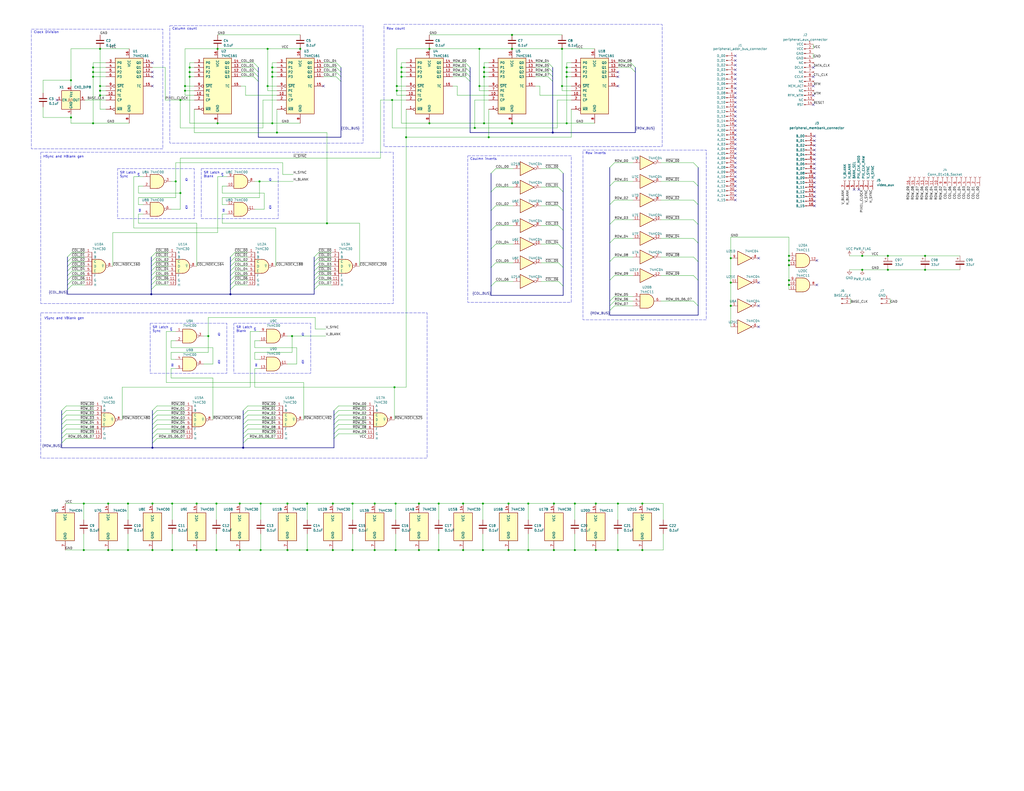
<source format=kicad_sch>
(kicad_sch (version 20230121) (generator eeschema)
  (paper "C")
  (bus_alias "BANK_BUS" (members "BANK_BUS_00" "BANK_BUS_01" "BANK_BUS_02" "BANK_BUS_03" "BANK_BUS_04" "BANK_BUS_05" "BANK_BUS_06" "BANK_BUS_07" "BANK_BUS_08" "BANK_BUS_09" "BANK_BUS_10" "BANK_BUS_11" "BANK_BUS_12" "BANK_BUS_13" "BANK_BUS_14" "BANK_BUS_15"))
  (bus_alias "ADDR_BUS" (members "ADDR_BUS_00" "ADDR_BUS_01" "ADDR_BUS_02" "ADDR_BUS_03" "ADDR_BUS_04" "ADDR_BUS_05" "ADDR_BUS_06" "ADDR_BUS_07" "ADDR_BUS_08" "ADDR_BUS_09" "ADDR_BUS_10" "ADDR_BUS_11" "ADDR_BUS_12" "ADDR_BUS_13" "ADDR_BUS_14" "ADDR_BUS_15"))
  (bus_alias "ROW_BUS" (members "ROW_00" "ROW_01" "ROW_02" "ROW_03" "ROW_04" "ROW_05" "ROW_06" "ROW_07" "ROW_08" "ROW_09" "~{ROW_00}" "~{ROW_01}" "~{ROW_02}" "~{ROW_03}" "~{ROW_05}" "~{ROW_08}" "~{ROW_09}" "ROW_05_06_07" "~{ROW_04}"))
  (bus_alias "COL_BUS" (members "COL_00" "COL_01" "COL_02" "COL_03" "COL_04" "COL_05" "COL_06" "COL_07" "~{COL_00}" "~{COL_01}" "~{COL_02}" "~{COL_03}" "~{COL_04}" "~{COL_05}" "~{COL_06}" "~{COL_07}"))
  (bus_alias "DATA_BUS" (members "DATA_BUS_00" "DATA_BUS_01" "DATA_BUS_02" "DATA_BUS_03" "DATA_BUS_04" "DATA_BUS_05" "DATA_BUS_06" "DATA_BUS_07" "DATA_BUS_08" "DATA_BUS_09" "DATA_BUS_10" "DATA_BUS_11" "DATA_BUS_12" "DATA_BUS_13" "DATA_BUS_14" "DATA_BUS_15"))
  (junction (at 156.845 300.355))
  (junction (at 301.625 72.39))
  (junction (at 54.61 52.07))
  (junction (at 141.605 99.06))
  (junction (at 192.405 300.355))
  (junction (at 98.425 54.61))
  (junction (at 83.185 300.355))
  (junction (at 325.12 274.955))
  (junction (at 219.075 39.37))
  (junction (at 228.6 300.355))
  (junction (at 337.185 274.955))
  (junction (at 504.825 147.32))
  (junction (at 69.85 274.955))
  (junction (at 69.85 300.355))
  (junction (at 215.9 300.355))
  (junction (at 82.55 160.655))
  (junction (at 204.47 300.355))
  (junction (at 430.53 139.7))
  (junction (at 484.505 139.7))
  (junction (at 148.59 67.31))
  (junction (at 306.705 46.99))
  (junction (at 146.05 26.67))
  (junction (at 130.81 300.355))
  (junction (at 181.61 300.355))
  (junction (at 234.315 67.31))
  (junction (at 234.315 26.67))
  (junction (at 167.64 300.355))
  (junction (at 132.715 244.475))
  (junction (at 261.62 46.99))
  (junction (at 45.72 300.355))
  (junction (at 118.745 26.67))
  (junction (at 118.11 300.355))
  (junction (at 264.16 67.31))
  (junction (at 279.4 19.05))
  (junction (at 146.05 46.99))
  (junction (at 98.425 105.41))
  (junction (at 163.83 26.67))
  (junction (at 264.16 36.83))
  (junction (at 159.385 183.515))
  (junction (at 219.075 36.83))
  (junction (at 216.535 46.99))
  (junction (at 142.24 274.955))
  (junction (at 277.495 300.355))
  (junction (at 213.995 54.61))
  (junction (at 313.69 300.355))
  (junction (at 118.11 274.955))
  (junction (at 216.535 49.53))
  (junction (at 221.615 74.93))
  (junction (at 504.825 139.7))
  (junction (at 167.64 274.955))
  (junction (at 54.61 46.99))
  (junction (at 337.185 300.355))
  (junction (at 59.055 274.955))
  (junction (at 288.29 274.955))
  (junction (at 148.59 41.91))
  (junction (at 103.505 36.83))
  (junction (at 93.98 274.955))
  (junction (at 113.665 183.515))
  (junction (at 50.8 36.83))
  (junction (at 264.16 41.91))
  (junction (at 59.055 300.355))
  (junction (at 215.9 274.955))
  (junction (at 54.61 49.53))
  (junction (at 430.53 155.575))
  (junction (at 100.965 49.53))
  (junction (at 239.395 300.355))
  (junction (at 470.535 147.32))
  (junction (at 288.29 300.355))
  (junction (at 309.245 67.31))
  (junction (at 279.4 26.67))
  (junction (at 279.4 67.31))
  (junction (at 107.315 300.355))
  (junction (at 38.735 43.815))
  (junction (at 313.69 274.955))
  (junction (at 309.245 41.91))
  (junction (at 302.26 300.355))
  (junction (at 306.705 26.67))
  (junction (at 83.185 274.955))
  (junction (at 178.435 121.92))
  (junction (at 130.81 274.955))
  (junction (at 83.185 244.475))
  (junction (at 103.505 39.37))
  (junction (at 350.52 274.955))
  (junction (at 239.395 274.955))
  (junction (at 50.8 41.91))
  (junction (at 264.16 39.37))
  (junction (at 50.8 39.37))
  (junction (at 93.98 300.355))
  (junction (at 398.78 167.005))
  (junction (at 259.08 69.85))
  (junction (at 50.8 67.31))
  (junction (at 156.845 274.955))
  (junction (at 266.7 74.93))
  (junction (at 302.26 274.955))
  (junction (at 350.52 300.355))
  (junction (at 263.525 274.955))
  (junction (at 142.24 300.355))
  (junction (at 309.245 36.83))
  (junction (at 430.53 144.78))
  (junction (at 107.315 274.955))
  (junction (at 484.505 147.32))
  (junction (at 228.6 274.955))
  (junction (at 95.885 99.06))
  (junction (at 151.13 72.39))
  (junction (at 125.73 160.655))
  (junction (at 263.525 300.355))
  (junction (at 430.53 142.24))
  (junction (at 181.61 274.955))
  (junction (at 430.53 153.035))
  (junction (at 45.72 274.955))
  (junction (at 148.59 36.83))
  (junction (at 148.59 39.37))
  (junction (at 309.245 39.37))
  (junction (at 219.075 41.91))
  (junction (at 204.47 274.955))
  (junction (at 398.78 140.97))
  (junction (at 100.965 46.99))
  (junction (at 54.61 26.67))
  (junction (at 252.73 274.955))
  (junction (at 261.62 26.67))
  (junction (at 38.735 64.135))
  (junction (at 277.495 274.955))
  (junction (at 398.78 154.305))
  (junction (at 192.405 274.955))
  (junction (at 325.12 300.355))
  (junction (at 103.505 41.91))
  (junction (at 252.73 300.355))
  (junction (at 470.535 139.7))
  (junction (at 118.745 67.31))
  (junction (at 215.265 211.455))
  (no_connect (at 83.185 46.99))
  (no_connect (at 444.5 104.775))
  (no_connect (at 83.185 39.37))
  (no_connect (at 444.5 76.835))
  (no_connect (at 468.63 103.505))
  (no_connect (at 401.32 109.22))
  (no_connect (at 443.865 57.15))
  (no_connect (at 466.09 103.505))
  (no_connect (at 401.32 60.96))
  (no_connect (at 401.32 101.6))
  (no_connect (at 401.32 104.14))
  (no_connect (at 401.32 91.44))
  (no_connect (at 443.865 46.99))
  (no_connect (at 176.53 46.99))
  (no_connect (at 401.32 99.06))
  (no_connect (at 414.02 140.97))
  (no_connect (at 443.865 52.07))
  (no_connect (at 401.32 35.56))
  (no_connect (at 401.32 83.82))
  (no_connect (at 443.865 41.91))
  (no_connect (at 401.32 68.58))
  (no_connect (at 401.32 38.1))
  (no_connect (at 401.32 40.64))
  (no_connect (at 444.5 97.155))
  (no_connect (at 401.32 93.98))
  (no_connect (at 444.5 89.535))
  (no_connect (at 444.5 109.855))
  (no_connect (at 401.32 48.26))
  (no_connect (at 401.32 55.88))
  (no_connect (at 443.865 36.83))
  (no_connect (at 444.5 74.295))
  (no_connect (at 445.77 142.24))
  (no_connect (at 401.32 45.72))
  (no_connect (at 401.32 66.04))
  (no_connect (at 414.02 154.305))
  (no_connect (at 444.5 81.915))
  (no_connect (at 414.02 167.005))
  (no_connect (at 337.185 41.91))
  (no_connect (at 401.32 78.74))
  (no_connect (at 414.02 178.435))
  (no_connect (at 401.32 88.9))
  (no_connect (at 401.32 71.12))
  (no_connect (at 444.5 102.235))
  (no_connect (at 401.32 53.34))
  (no_connect (at 401.32 86.36))
  (no_connect (at 83.185 34.29))
  (no_connect (at 401.32 30.48))
  (no_connect (at 31.115 54.61))
  (no_connect (at 444.5 86.995))
  (no_connect (at 401.32 58.42))
  (no_connect (at 401.32 81.28))
  (no_connect (at 444.5 84.455))
  (no_connect (at 401.32 73.66))
  (no_connect (at 401.32 76.2))
  (no_connect (at 444.5 92.075))
  (no_connect (at 444.5 94.615))
  (no_connect (at 401.32 43.18))
  (no_connect (at 401.32 33.02))
  (no_connect (at 444.5 99.695))
  (no_connect (at 401.32 63.5))
  (no_connect (at 444.5 107.315))
  (no_connect (at 337.185 46.99))
  (no_connect (at 401.32 50.8))
  (no_connect (at 401.32 106.68))
  (no_connect (at 401.32 96.52))
  (no_connect (at 444.5 79.375))
  (no_connect (at 444.5 112.395))
  (no_connect (at 445.77 155.575))
  (no_connect (at 83.185 41.91))
  (no_connect (at 337.185 39.37))
  (bus_entry (at 173.99 140.335) (size -2.54 2.54))
  (bus_entry (at 254 36.83) (size 2.54 2.54))
  (bus_entry (at 173.99 153.035) (size -2.54 2.54))
  (bus_entry (at 378.46 99.06) (size 2.54 2.54))
  (bus_entry (at 85.725 239.395) (size -2.54 2.54))
  (bus_entry (at 304.8 133.35) (size 2.54 2.54))
  (bus_entry (at 85.725 234.315) (size -2.54 2.54))
  (bus_entry (at 184.785 224.155) (size -2.54 2.54))
  (bus_entry (at 85.725 226.695) (size -2.54 2.54))
  (bus_entry (at 183.515 39.37) (size 2.54 2.54))
  (bus_entry (at 299.085 41.91) (size 2.54 2.54))
  (bus_entry (at 135.255 224.155) (size -2.54 2.54))
  (bus_entry (at 378.46 120.015) (size 2.54 2.54))
  (bus_entry (at 39.37 145.415) (size -2.54 2.54))
  (bus_entry (at 128.27 155.575) (size -2.54 2.54))
  (bus_entry (at 135.255 234.315) (size -2.54 2.54))
  (bus_entry (at 304.8 102.235) (size 2.54 2.54))
  (bus_entry (at 184.785 234.315) (size -2.54 2.54))
  (bus_entry (at 128.27 140.335) (size -2.54 2.54))
  (bus_entry (at 173.99 142.875) (size -2.54 2.54))
  (bus_entry (at 335.28 167.005) (size -2.54 2.54))
  (bus_entry (at 299.085 34.29) (size 2.54 2.54))
  (bus_entry (at 299.085 39.37) (size 2.54 2.54))
  (bus_entry (at 39.37 150.495) (size -2.54 2.54))
  (bus_entry (at 39.37 140.335) (size -2.54 2.54))
  (bus_entry (at 36.195 226.695) (size -2.54 2.54))
  (bus_entry (at 36.195 236.855) (size -2.54 2.54))
  (bus_entry (at 304.8 112.395) (size 2.54 2.54))
  (bus_entry (at 184.785 226.695) (size -2.54 2.54))
  (bus_entry (at 85.09 140.335) (size -2.54 2.54))
  (bus_entry (at 183.515 34.29) (size 2.54 2.54))
  (bus_entry (at 173.99 137.795) (size -2.54 2.54))
  (bus_entry (at 39.37 142.875) (size -2.54 2.54))
  (bus_entry (at 135.255 226.695) (size -2.54 2.54))
  (bus_entry (at 135.255 229.235) (size -2.54 2.54))
  (bus_entry (at 267.97 94.615) (size 2.54 -2.54))
  (bus_entry (at 128.27 142.875) (size -2.54 2.54))
  (bus_entry (at 184.785 236.855) (size -2.54 2.54))
  (bus_entry (at 304.8 123.19) (size 2.54 2.54))
  (bus_entry (at 36.195 234.315) (size -2.54 2.54))
  (bus_entry (at 85.725 231.775) (size -2.54 2.54))
  (bus_entry (at 299.085 36.83) (size 2.54 2.54))
  (bus_entry (at 335.28 164.465) (size -2.54 2.54))
  (bus_entry (at 128.27 150.495) (size -2.54 2.54))
  (bus_entry (at 173.99 155.575) (size -2.54 2.54))
  (bus_entry (at 254 41.91) (size 2.54 2.54))
  (bus_entry (at 85.09 150.495) (size -2.54 2.54))
  (bus_entry (at 85.725 224.155) (size -2.54 2.54))
  (bus_entry (at 128.27 153.035) (size -2.54 2.54))
  (bus_entry (at 254 34.29) (size 2.54 2.54))
  (bus_entry (at 138.43 39.37) (size 2.54 2.54))
  (bus_entry (at 183.515 41.91) (size 2.54 2.54))
  (bus_entry (at 85.09 147.955) (size -2.54 2.54))
  (bus_entry (at 304.8 153.67) (size 2.54 2.54))
  (bus_entry (at 267.97 146.05) (size 2.54 -2.54))
  (bus_entry (at 304.8 92.075) (size 2.54 2.54))
  (bus_entry (at 267.97 125.73) (size 2.54 -2.54))
  (bus_entry (at 378.46 140.335) (size 2.54 2.54))
  (bus_entry (at 85.09 145.415) (size -2.54 2.54))
  (bus_entry (at 128.27 137.795) (size -2.54 2.54))
  (bus_entry (at 378.46 130.175) (size 2.54 2.54))
  (bus_entry (at 344.17 36.83) (size 2.54 2.54))
  (bus_entry (at 85.09 155.575) (size -2.54 2.54))
  (bus_entry (at 184.785 231.775) (size -2.54 2.54))
  (bus_entry (at 335.28 109.22) (size -2.54 2.54))
  (bus_entry (at 335.28 140.335) (size -2.54 2.54))
  (bus_entry (at 36.195 229.235) (size -2.54 2.54))
  (bus_entry (at 36.195 239.395) (size -2.54 2.54))
  (bus_entry (at 85.09 137.795) (size -2.54 2.54))
  (bus_entry (at 184.785 229.235) (size -2.54 2.54))
  (bus_entry (at 378.46 164.465) (size 2.54 2.54))
  (bus_entry (at 183.515 36.83) (size 2.54 2.54))
  (bus_entry (at 128.27 145.415) (size -2.54 2.54))
  (bus_entry (at 173.99 150.495) (size -2.54 2.54))
  (bus_entry (at 36.195 224.155) (size -2.54 2.54))
  (bus_entry (at 267.97 156.21) (size 2.54 -2.54))
  (bus_entry (at 128.27 147.955) (size -2.54 2.54))
  (bus_entry (at 173.99 147.955) (size -2.54 2.54))
  (bus_entry (at 85.725 229.235) (size -2.54 2.54))
  (bus_entry (at 135.255 236.855) (size -2.54 2.54))
  (bus_entry (at 378.46 150.495) (size 2.54 2.54))
  (bus_entry (at 267.97 104.775) (size 2.54 -2.54))
  (bus_entry (at 135.255 231.775) (size -2.54 2.54))
  (bus_entry (at 85.09 153.035) (size -2.54 2.54))
  (bus_entry (at 138.43 36.83) (size 2.54 2.54))
  (bus_entry (at 39.37 155.575) (size -2.54 2.54))
  (bus_entry (at 85.725 221.615) (size -2.54 2.54))
  (bus_entry (at 138.43 41.91) (size 2.54 2.54))
  (bus_entry (at 378.46 88.9) (size 2.54 2.54))
  (bus_entry (at 135.255 221.615) (size -2.54 2.54))
  (bus_entry (at 173.99 145.415) (size -2.54 2.54))
  (bus_entry (at 335.28 161.925) (size -2.54 2.54))
  (bus_entry (at 36.195 221.615) (size -2.54 2.54))
  (bus_entry (at 304.8 143.51) (size 2.54 2.54))
  (bus_entry (at 335.28 120.015) (size -2.54 2.54))
  (bus_entry (at 184.785 221.615) (size -2.54 2.54))
  (bus_entry (at 267.97 114.935) (size 2.54 -2.54))
  (bus_entry (at 39.37 147.955) (size -2.54 2.54))
  (bus_entry (at 39.37 153.035) (size -2.54 2.54))
  (bus_entry (at 138.43 34.29) (size 2.54 2.54))
  (bus_entry (at 378.46 109.22) (size 2.54 2.54))
  (bus_entry (at 335.28 99.06) (size -2.54 2.54))
  (bus_entry (at 335.28 88.9) (size -2.54 2.54))
  (bus_entry (at 85.725 236.855) (size -2.54 2.54))
  (bus_entry (at 344.17 34.29) (size 2.54 2.54))
  (bus_entry (at 335.28 150.495) (size -2.54 2.54))
  (bus_entry (at 85.09 142.875) (size -2.54 2.54))
  (bus_entry (at 36.195 231.775) (size -2.54 2.54))
  (bus_entry (at 335.28 130.175) (size -2.54 2.54))
  (bus_entry (at 135.255 239.395) (size -2.54 2.54))
  (bus_entry (at 254 39.37) (size 2.54 2.54))
  (bus_entry (at 39.37 137.795) (size -2.54 2.54))
  (bus_entry (at 267.97 135.89) (size 2.54 -2.54))
  (wire (pts (xy 121.285 111.76) (xy 123.825 111.76)))
  (wire (pts (xy 73.025 124.46) (xy 73.025 96.52)))
  (wire (pts (xy 135.255 239.395) (xy 150.495 239.395)))
  (wire (pts (xy 128.27 140.335) (xy 135.255 140.335)))
  (bus (pts (xy 301.625 36.83) (xy 301.625 39.37)))
  (wire (pts (xy 266.7 74.93) (xy 221.615 74.93)))
  (wire (pts (xy 85.725 221.615) (xy 100.965 221.615)))
  (wire (pts (xy 156.845 300.355) (xy 167.64 300.355)))
  (bus (pts (xy 82.55 145.415) (xy 82.55 147.955)))
  (bus (pts (xy 182.245 239.395) (xy 182.245 244.475)))
  (bus (pts (xy 83.185 234.315) (xy 83.185 236.855)))
  (wire (pts (xy 135.255 224.155) (xy 150.495 224.155)))
  (wire (pts (xy 304.165 69.85) (xy 259.08 69.85)))
  (wire (pts (xy 75.565 121.92) (xy 107.315 121.92)))
  (wire (pts (xy 54.61 59.69) (xy 54.61 52.07)))
  (wire (pts (xy 141.605 99.06) (xy 160.02 99.06)))
  (wire (pts (xy 146.05 49.53) (xy 146.05 46.99)))
  (wire (pts (xy 39.37 155.575) (xy 46.355 155.575)))
  (bus (pts (xy 36.83 147.955) (xy 36.83 150.495)))
  (wire (pts (xy 216.535 52.07) (xy 216.535 49.53)))
  (bus (pts (xy 33.655 229.235) (xy 33.655 231.775)))
  (wire (pts (xy 264.16 34.29) (xy 266.7 34.29)))
  (wire (pts (xy 335.28 109.22) (xy 345.44 109.22)))
  (wire (pts (xy 398.78 129.54) (xy 430.53 129.54)))
  (wire (pts (xy 90.17 36.83) (xy 90.17 54.61)))
  (wire (pts (xy 59.055 300.355) (xy 69.85 300.355)))
  (wire (pts (xy 398.78 154.305) (xy 398.78 167.005)))
  (wire (pts (xy 443.865 24.13) (xy 443.865 26.67)))
  (bus (pts (xy 267.97 104.775) (xy 267.97 114.935)))
  (wire (pts (xy 85.09 142.875) (xy 92.075 142.875)))
  (wire (pts (xy 252.73 300.355) (xy 263.525 300.355)))
  (wire (pts (xy 184.785 234.315) (xy 200.025 234.315)))
  (wire (pts (xy 50.8 41.91) (xy 50.8 67.31)))
  (wire (pts (xy 85.725 231.775) (xy 100.965 231.775)))
  (wire (pts (xy 83.185 274.955) (xy 93.98 274.955)))
  (wire (pts (xy 302.26 300.355) (xy 313.69 300.355)))
  (wire (pts (xy 151.13 49.53) (xy 146.05 49.53)))
  (wire (pts (xy 350.52 274.955) (xy 361.95 274.955)))
  (wire (pts (xy 216.535 49.53) (xy 216.535 46.99)))
  (wire (pts (xy 184.785 221.615) (xy 200.025 221.615)))
  (wire (pts (xy 98.425 54.61) (xy 106.045 54.61)))
  (wire (pts (xy 430.53 142.24) (xy 430.53 144.78)))
  (wire (pts (xy 294.64 52.07) (xy 311.785 52.07)))
  (wire (pts (xy 113.665 173.355) (xy 172.085 173.355)))
  (wire (pts (xy 264.16 39.37) (xy 266.7 39.37)))
  (wire (pts (xy 173.99 150.495) (xy 180.975 150.495)))
  (wire (pts (xy 192.405 300.355) (xy 204.47 300.355)))
  (wire (pts (xy 360.68 88.9) (xy 378.46 88.9)))
  (bus (pts (xy 267.97 114.935) (xy 267.97 125.73)))
  (wire (pts (xy 219.075 34.29) (xy 219.075 36.83)))
  (bus (pts (xy 125.73 153.035) (xy 125.73 155.575)))
  (bus (pts (xy 346.71 72.39) (xy 301.625 72.39)))
  (wire (pts (xy 156.845 274.955) (xy 167.64 274.955)))
  (wire (pts (xy 135.255 229.235) (xy 150.495 229.235)))
  (wire (pts (xy 213.995 69.85) (xy 213.995 54.61)))
  (wire (pts (xy 259.08 54.61) (xy 266.7 54.61)))
  (wire (pts (xy 93.345 114.3) (xy 98.425 114.3)))
  (wire (pts (xy 85.09 150.495) (xy 92.075 150.495)))
  (wire (pts (xy 261.62 26.67) (xy 279.4 26.67)))
  (wire (pts (xy 335.28 88.9) (xy 345.44 88.9)))
  (wire (pts (xy 239.395 291.465) (xy 239.395 300.355)))
  (wire (pts (xy 259.08 69.85) (xy 259.08 54.61)))
  (wire (pts (xy 45.72 274.955) (xy 45.72 283.845)))
  (wire (pts (xy 38.735 67.31) (xy 50.8 67.31)))
  (wire (pts (xy 95.885 99.06) (xy 93.345 99.06)))
  (wire (pts (xy 234.315 67.31) (xy 264.16 67.31)))
  (wire (pts (xy 178.435 72.39) (xy 178.435 121.92)))
  (wire (pts (xy 23.495 50.8) (xy 23.495 43.815)))
  (wire (pts (xy 221.615 74.93) (xy 221.615 211.455)))
  (wire (pts (xy 361.95 274.955) (xy 361.95 283.845)))
  (bus (pts (xy 83.185 226.695) (xy 83.185 229.235)))
  (wire (pts (xy 45.72 274.955) (xy 59.055 274.955)))
  (wire (pts (xy 292.1 46.99) (xy 294.64 46.99)))
  (wire (pts (xy 239.395 274.955) (xy 239.395 283.845)))
  (wire (pts (xy 142.24 291.465) (xy 142.24 300.355)))
  (wire (pts (xy 263.525 274.955) (xy 277.495 274.955)))
  (wire (pts (xy 167.64 274.955) (xy 167.64 283.845)))
  (bus (pts (xy 82.55 155.575) (xy 82.55 158.115)))
  (bus (pts (xy 82.55 153.035) (xy 82.55 155.575)))
  (wire (pts (xy 103.505 36.83) (xy 106.045 36.83)))
  (wire (pts (xy 270.51 102.235) (xy 280.035 102.235)))
  (bus (pts (xy 36.83 153.035) (xy 36.83 155.575)))
  (bus (pts (xy 82.55 158.115) (xy 82.55 160.655)))
  (wire (pts (xy 38.735 62.23) (xy 38.735 64.135)))
  (bus (pts (xy 140.97 39.37) (xy 140.97 41.91)))
  (bus (pts (xy 307.34 161.29) (xy 267.97 161.29)))
  (wire (pts (xy 360.68 120.015) (xy 378.46 120.015)))
  (wire (pts (xy 504.825 147.32) (xy 523.875 147.32)))
  (wire (pts (xy 228.6 274.955) (xy 239.395 274.955)))
  (wire (pts (xy 176.53 39.37) (xy 183.515 39.37)))
  (wire (pts (xy 173.99 147.955) (xy 180.975 147.955)))
  (wire (pts (xy 39.37 137.795) (xy 46.355 137.795)))
  (bus (pts (xy 186.055 74.93) (xy 140.97 74.93)))
  (wire (pts (xy 93.98 300.355) (xy 107.315 300.355)))
  (wire (pts (xy 95.885 107.95) (xy 75.565 107.95)))
  (wire (pts (xy 263.525 283.845) (xy 263.525 274.955)))
  (bus (pts (xy 332.74 132.715) (xy 332.74 142.875)))
  (wire (pts (xy 215.9 291.465) (xy 215.9 300.355)))
  (wire (pts (xy 90.805 208.915) (xy 165.735 208.915)))
  (wire (pts (xy 85.725 224.155) (xy 100.965 224.155)))
  (wire (pts (xy 142.24 274.955) (xy 142.24 283.845)))
  (wire (pts (xy 39.37 142.875) (xy 46.355 142.875)))
  (wire (pts (xy 93.345 196.215) (xy 95.885 196.215)))
  (wire (pts (xy 143.51 69.85) (xy 98.425 69.85)))
  (wire (pts (xy 139.065 211.455) (xy 215.265 211.455)))
  (wire (pts (xy 335.28 130.175) (xy 345.44 130.175)))
  (wire (pts (xy 463.55 139.7) (xy 470.535 139.7)))
  (wire (pts (xy 219.075 36.83) (xy 219.075 39.37)))
  (wire (pts (xy 335.28 140.335) (xy 345.44 140.335)))
  (wire (pts (xy 121.285 116.84) (xy 123.825 116.84)))
  (wire (pts (xy 83.185 300.355) (xy 93.98 300.355)))
  (wire (pts (xy 106.045 52.07) (xy 100.965 52.07)))
  (wire (pts (xy 277.495 300.355) (xy 288.29 300.355)))
  (wire (pts (xy 167.64 291.465) (xy 167.64 300.355)))
  (wire (pts (xy 247.015 39.37) (xy 254 39.37)))
  (wire (pts (xy 148.59 36.83) (xy 148.59 39.37)))
  (wire (pts (xy 219.075 34.29) (xy 221.615 34.29)))
  (wire (pts (xy 335.28 150.495) (xy 345.44 150.495)))
  (wire (pts (xy 85.725 226.695) (xy 100.965 226.695)))
  (bus (pts (xy 132.715 231.775) (xy 132.715 234.315)))
  (bus (pts (xy 171.45 153.035) (xy 171.45 155.575)))
  (bus (pts (xy 381 132.715) (xy 381 142.875)))
  (wire (pts (xy 107.315 300.355) (xy 118.11 300.355)))
  (bus (pts (xy 381 101.6) (xy 381 111.76)))
  (wire (pts (xy 57.785 41.91) (xy 50.8 41.91)))
  (wire (pts (xy 113.665 183.515) (xy 111.125 183.515)))
  (wire (pts (xy 288.29 274.955) (xy 302.26 274.955)))
  (wire (pts (xy 148.59 36.83) (xy 151.13 36.83)))
  (wire (pts (xy 167.64 300.355) (xy 181.61 300.355)))
  (wire (pts (xy 54.61 26.67) (xy 70.485 26.67)))
  (wire (pts (xy 295.275 102.235) (xy 304.8 102.235)))
  (bus (pts (xy 186.055 41.91) (xy 186.055 44.45)))
  (wire (pts (xy 504.825 139.7) (xy 523.875 139.7)))
  (wire (pts (xy 288.29 291.465) (xy 288.29 300.355)))
  (bus (pts (xy 125.73 145.415) (xy 125.73 147.955)))
  (bus (pts (xy 33.655 236.855) (xy 33.655 239.395)))
  (wire (pts (xy 219.075 36.83) (xy 221.615 36.83)))
  (wire (pts (xy 247.015 46.99) (xy 249.555 46.99)))
  (wire (pts (xy 306.705 26.67) (xy 324.485 26.67)))
  (wire (pts (xy 302.26 274.955) (xy 313.69 274.955)))
  (wire (pts (xy 309.245 36.83) (xy 311.785 36.83)))
  (wire (pts (xy 264.16 34.29) (xy 264.16 36.83)))
  (wire (pts (xy 139.065 201.295) (xy 141.605 201.295)))
  (bus (pts (xy 256.54 72.39) (xy 301.625 72.39)))
  (wire (pts (xy 154.305 88.9) (xy 154.305 95.25)))
  (wire (pts (xy 133.985 52.07) (xy 151.13 52.07)))
  (bus (pts (xy 332.74 169.545) (xy 332.74 172.085)))
  (wire (pts (xy 90.805 180.975) (xy 95.885 180.975)))
  (wire (pts (xy 252.73 274.955) (xy 263.525 274.955)))
  (wire (pts (xy 151.13 34.29) (xy 148.59 34.29)))
  (bus (pts (xy 132.715 244.475) (xy 83.185 244.475)))
  (wire (pts (xy 215.9 274.955) (xy 215.9 283.845)))
  (wire (pts (xy 311.785 59.69) (xy 311.785 74.93)))
  (wire (pts (xy 57.785 59.69) (xy 54.61 59.69)))
  (wire (pts (xy 100.965 52.07) (xy 100.965 49.53)))
  (bus (pts (xy 332.74 167.005) (xy 332.74 169.545)))
  (bus (pts (xy 36.83 150.495) (xy 36.83 153.035)))
  (wire (pts (xy 23.495 58.42) (xy 23.495 64.135)))
  (wire (pts (xy 103.505 34.29) (xy 106.045 34.29)))
  (wire (pts (xy 39.37 145.415) (xy 46.355 145.415)))
  (wire (pts (xy 36.195 234.315) (xy 51.435 234.315)))
  (wire (pts (xy 360.68 130.175) (xy 378.46 130.175)))
  (bus (pts (xy 36.83 155.575) (xy 36.83 158.115)))
  (wire (pts (xy 146.05 46.99) (xy 151.13 46.99)))
  (wire (pts (xy 59.055 274.955) (xy 69.85 274.955)))
  (wire (pts (xy 139.065 186.055) (xy 141.605 186.055)))
  (wire (pts (xy 311.785 34.29) (xy 309.245 34.29)))
  (wire (pts (xy 23.495 43.815) (xy 38.735 43.815)))
  (wire (pts (xy 337.185 291.465) (xy 337.185 300.355)))
  (bus (pts (xy 125.73 160.655) (xy 171.45 160.655)))
  (wire (pts (xy 143.51 54.61) (xy 143.51 69.85)))
  (wire (pts (xy 247.015 36.83) (xy 254 36.83)))
  (bus (pts (xy 125.73 155.575) (xy 125.73 158.115)))
  (wire (pts (xy 150.495 145.415) (xy 150.495 124.46)))
  (wire (pts (xy 178.435 121.92) (xy 196.215 121.92)))
  (wire (pts (xy 430.53 153.035) (xy 430.53 155.575)))
  (wire (pts (xy 85.09 153.035) (xy 92.075 153.035)))
  (wire (pts (xy 98.425 86.36) (xy 207.645 86.36)))
  (wire (pts (xy 172.085 173.355) (xy 172.085 179.705)))
  (bus (pts (xy 36.83 158.115) (xy 36.83 160.655)))
  (wire (pts (xy 135.255 236.855) (xy 150.495 236.855)))
  (wire (pts (xy 398.78 167.005) (xy 398.78 178.435)))
  (wire (pts (xy 116.205 229.235) (xy 116.205 206.375)))
  (wire (pts (xy 215.265 211.455) (xy 215.265 229.235)))
  (wire (pts (xy 98.425 105.41) (xy 75.565 105.41)))
  (wire (pts (xy 61.595 127) (xy 118.745 127)))
  (wire (pts (xy 93.345 186.055) (xy 95.885 186.055)))
  (wire (pts (xy 294.64 46.99) (xy 294.64 52.07)))
  (wire (pts (xy 295.275 143.51) (xy 304.8 143.51)))
  (wire (pts (xy 165.735 229.235) (xy 165.735 208.915)))
  (wire (pts (xy 103.505 41.91) (xy 103.505 67.31)))
  (wire (pts (xy 350.52 300.355) (xy 361.95 300.355)))
  (wire (pts (xy 204.47 300.355) (xy 215.9 300.355)))
  (wire (pts (xy 247.015 34.29) (xy 254 34.29)))
  (wire (pts (xy 118.11 274.955) (xy 130.81 274.955)))
  (wire (pts (xy 139.065 189.865) (xy 139.065 186.055)))
  (bus (pts (xy 332.74 101.6) (xy 332.74 111.76)))
  (bus (pts (xy 140.97 41.91) (xy 140.97 44.45)))
  (wire (pts (xy 69.85 274.955) (xy 83.185 274.955)))
  (wire (pts (xy 106.045 46.99) (xy 100.965 46.99)))
  (wire (pts (xy 141.605 99.06) (xy 141.605 107.95)))
  (wire (pts (xy 207.645 54.61) (xy 213.995 54.61)))
  (bus (pts (xy 36.83 140.335) (xy 36.83 142.875)))
  (wire (pts (xy 295.275 153.67) (xy 304.8 153.67)))
  (wire (pts (xy 247.015 41.91) (xy 254 41.91)))
  (wire (pts (xy 133.985 46.99) (xy 133.985 52.07)))
  (wire (pts (xy 288.29 300.355) (xy 302.26 300.355)))
  (wire (pts (xy 144.145 114.3) (xy 144.145 105.41)))
  (bus (pts (xy 381 153.035) (xy 381 167.005)))
  (bus (pts (xy 83.185 236.855) (xy 83.185 239.395)))
  (wire (pts (xy 154.305 95.25) (xy 160.02 95.25)))
  (bus (pts (xy 332.74 91.44) (xy 332.74 101.6)))
  (wire (pts (xy 207.645 54.61) (xy 207.645 86.36)))
  (wire (pts (xy 95.885 99.06) (xy 95.885 88.9)))
  (wire (pts (xy 234.315 19.05) (xy 279.4 19.05)))
  (bus (pts (xy 33.655 226.695) (xy 33.655 229.235)))
  (wire (pts (xy 93.98 291.465) (xy 93.98 300.355)))
  (wire (pts (xy 85.09 145.415) (xy 92.075 145.415)))
  (wire (pts (xy 95.885 99.06) (xy 95.885 107.95)))
  (wire (pts (xy 167.64 274.955) (xy 181.61 274.955)))
  (wire (pts (xy 57.785 34.29) (xy 50.8 34.29)))
  (bus (pts (xy 140.97 44.45) (xy 140.97 74.93)))
  (wire (pts (xy 264.16 36.83) (xy 266.7 36.83)))
  (wire (pts (xy 116.205 198.755) (xy 116.205 189.865)))
  (bus (pts (xy 36.83 142.875) (xy 36.83 145.415)))
  (wire (pts (xy 95.885 88.9) (xy 154.305 88.9)))
  (wire (pts (xy 103.505 41.91) (xy 106.045 41.91)))
  (bus (pts (xy 267.97 94.615) (xy 267.97 104.775)))
  (bus (pts (xy 36.83 160.655) (xy 82.55 160.655)))
  (wire (pts (xy 309.245 41.91) (xy 309.245 67.31)))
  (wire (pts (xy 263.525 300.355) (xy 277.495 300.355)))
  (wire (pts (xy 85.725 236.855) (xy 100.965 236.855)))
  (wire (pts (xy 39.37 150.495) (xy 46.355 150.495)))
  (bus (pts (xy 346.71 39.37) (xy 346.71 72.39)))
  (wire (pts (xy 148.59 34.29) (xy 148.59 36.83)))
  (wire (pts (xy 106.045 72.39) (xy 106.045 59.69)))
  (wire (pts (xy 66.675 211.455) (xy 136.525 211.455)))
  (bus (pts (xy 182.245 226.695) (xy 182.245 229.235)))
  (wire (pts (xy 148.59 39.37) (xy 151.13 39.37)))
  (wire (pts (xy 184.785 224.155) (xy 200.025 224.155)))
  (wire (pts (xy 309.245 34.29) (xy 309.245 36.83)))
  (wire (pts (xy 135.255 226.695) (xy 150.495 226.695)))
  (wire (pts (xy 219.075 41.91) (xy 221.615 41.91)))
  (wire (pts (xy 264.16 39.37) (xy 264.16 41.91)))
  (wire (pts (xy 176.53 36.83) (xy 183.515 36.83)))
  (wire (pts (xy 360.68 109.22) (xy 378.46 109.22)))
  (wire (pts (xy 295.275 112.395) (xy 304.8 112.395)))
  (wire (pts (xy 93.345 189.865) (xy 93.345 186.055)))
  (bus (pts (xy 33.655 224.155) (xy 33.655 226.695)))
  (wire (pts (xy 148.59 39.37) (xy 148.59 41.91)))
  (wire (pts (xy 135.255 231.775) (xy 150.495 231.775)))
  (bus (pts (xy 307.34 135.89) (xy 307.34 125.73)))
  (wire (pts (xy 270.51 92.075) (xy 280.035 92.075)))
  (wire (pts (xy 219.075 39.37) (xy 221.615 39.37)))
  (wire (pts (xy 107.315 145.415) (xy 107.315 121.92)))
  (wire (pts (xy 360.68 164.465) (xy 378.46 164.465)))
  (bus (pts (xy 132.715 224.155) (xy 132.715 226.695)))
  (bus (pts (xy 301.625 39.37) (xy 301.625 41.91)))
  (wire (pts (xy 161.925 198.755) (xy 161.925 189.865)))
  (bus (pts (xy 132.715 239.395) (xy 132.715 241.935)))
  (wire (pts (xy 131.445 39.37) (xy 138.43 39.37)))
  (wire (pts (xy 304.165 54.61) (xy 304.165 69.85)))
  (wire (pts (xy 311.785 54.61) (xy 304.165 54.61)))
  (bus (pts (xy 33.655 241.935) (xy 33.655 244.475)))
  (wire (pts (xy 103.505 39.37) (xy 106.045 39.37)))
  (wire (pts (xy 69.85 300.355) (xy 83.185 300.355)))
  (bus (pts (xy 140.97 36.83) (xy 140.97 39.37)))
  (wire (pts (xy 75.565 111.76) (xy 78.105 111.76)))
  (wire (pts (xy 181.61 274.955) (xy 192.405 274.955)))
  (bus (pts (xy 82.55 142.875) (xy 82.55 145.415)))
  (wire (pts (xy 142.24 274.955) (xy 156.845 274.955)))
  (bus (pts (xy 186.055 44.45) (xy 186.055 74.93)))
  (wire (pts (xy 54.61 46.99) (xy 54.61 26.67)))
  (wire (pts (xy 128.27 153.035) (xy 135.255 153.035)))
  (wire (pts (xy 292.1 34.29) (xy 299.085 34.29)))
  (wire (pts (xy 75.565 105.41) (xy 75.565 101.6)))
  (wire (pts (xy 73.025 124.46) (xy 150.495 124.46)))
  (wire (pts (xy 50.8 39.37) (xy 50.8 41.91)))
  (wire (pts (xy 360.68 140.335) (xy 378.46 140.335)))
  (wire (pts (xy 103.505 34.29) (xy 103.505 36.83)))
  (wire (pts (xy 128.27 142.875) (xy 135.255 142.875)))
  (wire (pts (xy 107.315 274.955) (xy 118.11 274.955)))
  (wire (pts (xy 192.405 274.955) (xy 204.47 274.955)))
  (wire (pts (xy 54.61 52.07) (xy 54.61 49.53)))
  (wire (pts (xy 54.61 46.99) (xy 57.785 46.99)))
  (wire (pts (xy 93.345 201.295) (xy 95.885 201.295)))
  (wire (pts (xy 118.745 127) (xy 118.745 96.52)))
  (wire (pts (xy 35.56 274.955) (xy 45.72 274.955)))
  (wire (pts (xy 141.605 99.06) (xy 139.065 99.06)))
  (wire (pts (xy 93.345 192.405) (xy 93.345 196.215)))
  (wire (pts (xy 111.125 198.755) (xy 116.205 198.755)))
  (wire (pts (xy 116.205 206.375) (xy 93.345 206.375)))
  (wire (pts (xy 464.185 163.195) (xy 464.185 165.735)))
  (wire (pts (xy 38.735 64.135) (xy 38.735 67.31)))
  (wire (pts (xy 50.8 36.83) (xy 50.8 39.37)))
  (bus (pts (xy 332.74 153.035) (xy 332.74 164.465)))
  (bus (pts (xy 307.34 114.935) (xy 307.34 104.775)))
  (bus (pts (xy 171.45 150.495) (xy 171.45 153.035)))
  (bus (pts (xy 125.73 140.335) (xy 125.73 142.875)))
  (wire (pts (xy 335.28 99.06) (xy 345.44 99.06)))
  (wire (pts (xy 159.385 183.515) (xy 156.845 183.515)))
  (wire (pts (xy 103.505 39.37) (xy 103.505 41.91)))
  (bus (pts (xy 125.73 150.495) (xy 125.73 153.035)))
  (wire (pts (xy 470.535 147.32) (xy 484.505 147.32)))
  (wire (pts (xy 121.285 121.92) (xy 178.435 121.92)))
  (wire (pts (xy 130.81 300.355) (xy 142.24 300.355)))
  (wire (pts (xy 151.13 59.69) (xy 151.13 72.39)))
  (wire (pts (xy 83.185 36.83) (xy 90.17 36.83)))
  (wire (pts (xy 61.595 145.415) (xy 61.595 127)))
  (bus (pts (xy 36.83 145.415) (xy 36.83 147.955)))
  (wire (pts (xy 184.785 231.775) (xy 200.025 231.775)))
  (wire (pts (xy 221.615 46.99) (xy 216.535 46.99)))
  (wire (pts (xy 266.7 46.99) (xy 261.62 46.99)))
  (wire (pts (xy 36.195 236.855) (xy 51.435 236.855)))
  (bus (pts (xy 82.55 150.495) (xy 82.55 153.035)))
  (wire (pts (xy 118.745 67.31) (xy 148.59 67.31)))
  (wire (pts (xy 121.285 101.6) (xy 123.825 101.6)))
  (wire (pts (xy 90.805 208.915) (xy 90.805 180.975)))
  (wire (pts (xy 131.445 36.83) (xy 138.43 36.83)))
  (bus (pts (xy 171.45 147.955) (xy 171.45 150.495)))
  (bus (pts (xy 186.055 36.83) (xy 186.055 39.37)))
  (wire (pts (xy 196.215 121.92) (xy 196.215 145.415)))
  (wire (pts (xy 118.745 26.67) (xy 146.05 26.67)))
  (wire (pts (xy 172.085 179.705) (xy 177.8 179.705)))
  (wire (pts (xy 470.535 139.7) (xy 484.505 139.7)))
  (bus (pts (xy 33.655 231.775) (xy 33.655 234.315)))
  (wire (pts (xy 121.285 105.41) (xy 121.285 101.6)))
  (wire (pts (xy 295.275 133.35) (xy 304.8 133.35)))
  (wire (pts (xy 136.525 211.455) (xy 136.525 180.975)))
  (bus (pts (xy 182.245 229.235) (xy 182.245 231.775)))
  (wire (pts (xy 130.81 274.955) (xy 142.24 274.955)))
  (bus (pts (xy 256.54 39.37) (xy 256.54 41.91)))
  (wire (pts (xy 139.065 192.405) (xy 139.065 196.215)))
  (wire (pts (xy 156.845 198.755) (xy 161.925 198.755)))
  (wire (pts (xy 173.99 142.875) (xy 180.975 142.875)))
  (wire (pts (xy 144.145 105.41) (xy 121.285 105.41)))
  (wire (pts (xy 176.53 41.91) (xy 183.515 41.91)))
  (bus (pts (xy 346.71 36.83) (xy 346.71 39.37)))
  (wire (pts (xy 128.27 150.495) (xy 135.255 150.495)))
  (wire (pts (xy 337.185 274.955) (xy 350.52 274.955)))
  (wire (pts (xy 131.445 34.29) (xy 138.43 34.29)))
  (bus (pts (xy 332.74 142.875) (xy 332.74 153.035)))
  (wire (pts (xy 75.565 121.92) (xy 75.565 116.84)))
  (bus (pts (xy 381 122.555) (xy 381 132.715)))
  (wire (pts (xy 325.12 300.355) (xy 337.185 300.355)))
  (wire (pts (xy 204.47 274.955) (xy 215.9 274.955)))
  (wire (pts (xy 306.705 46.99) (xy 311.785 46.99)))
  (wire (pts (xy 219.075 39.37) (xy 219.075 41.91)))
  (wire (pts (xy 337.185 274.955) (xy 337.185 283.845)))
  (wire (pts (xy 311.785 49.53) (xy 306.705 49.53)))
  (bus (pts (xy 132.715 241.935) (xy 132.715 244.475)))
  (bus (pts (xy 171.45 142.875) (xy 171.45 145.415)))
  (bus (pts (xy 381 91.44) (xy 381 101.6)))
  (wire (pts (xy 54.61 52.07) (xy 57.785 52.07)))
  (bus (pts (xy 83.185 239.395) (xy 83.185 241.935)))
  (wire (pts (xy 181.61 300.355) (xy 192.405 300.355)))
  (wire (pts (xy 443.865 29.21) (xy 443.865 31.75)))
  (wire (pts (xy 219.075 41.91) (xy 219.075 67.31)))
  (wire (pts (xy 85.725 239.395) (xy 100.965 239.395)))
  (wire (pts (xy 98.425 69.85) (xy 98.425 54.61)))
  (wire (pts (xy 38.735 46.99) (xy 38.735 43.815)))
  (wire (pts (xy 151.13 72.39) (xy 178.435 72.39)))
  (bus (pts (xy 83.185 229.235) (xy 83.185 231.775)))
  (bus (pts (xy 132.715 229.235) (xy 132.715 231.775)))
  (wire (pts (xy 146.05 26.67) (xy 163.83 26.67)))
  (wire (pts (xy 215.265 211.455) (xy 221.615 211.455)))
  (wire (pts (xy 85.725 234.315) (xy 100.965 234.315)))
  (bus (pts (xy 256.54 44.45) (xy 256.54 72.39)))
  (bus (pts (xy 267.97 135.89) (xy 267.97 146.05)))
  (wire (pts (xy 306.705 46.99) (xy 306.705 26.67)))
  (wire (pts (xy 39.37 153.035) (xy 46.355 153.035)))
  (wire (pts (xy 288.29 283.845) (xy 288.29 274.955)))
  (wire (pts (xy 116.205 189.865) (xy 93.345 189.865)))
  (bus (pts (xy 125.73 142.875) (xy 125.73 145.415)))
  (wire (pts (xy 103.505 36.83) (xy 103.505 39.37)))
  (wire (pts (xy 270.51 123.19) (xy 280.035 123.19)))
  (wire (pts (xy 54.61 49.53) (xy 54.61 46.99)))
  (bus (pts (xy 381 167.005) (xy 381 172.085)))
  (bus (pts (xy 82.55 140.335) (xy 82.55 142.875)))
  (wire (pts (xy 121.285 121.92) (xy 121.285 116.84)))
  (wire (pts (xy 311.785 74.93) (xy 266.7 74.93)))
  (wire (pts (xy 73.025 96.52) (xy 78.105 96.52)))
  (wire (pts (xy 173.99 153.035) (xy 180.975 153.035)))
  (wire (pts (xy 159.385 183.515) (xy 177.8 183.515)))
  (wire (pts (xy 184.785 236.855) (xy 200.025 236.855)))
  (wire (pts (xy 306.705 49.53) (xy 306.705 46.99)))
  (wire (pts (xy 57.785 39.37) (xy 50.8 39.37)))
  (wire (pts (xy 106.045 49.53) (xy 100.965 49.53)))
  (bus (pts (xy 182.245 234.315) (xy 182.245 236.855)))
  (wire (pts (xy 335.28 164.465) (xy 345.44 164.465)))
  (wire (pts (xy 360.68 150.495) (xy 378.46 150.495)))
  (wire (pts (xy 85.09 140.335) (xy 92.075 140.335)))
  (wire (pts (xy 98.425 114.3) (xy 98.425 105.41)))
  (wire (pts (xy 184.785 229.235) (xy 200.025 229.235)))
  (wire (pts (xy 75.565 116.84) (xy 78.105 116.84)))
  (wire (pts (xy 213.995 69.85) (xy 259.08 69.85)))
  (bus (pts (xy 83.185 241.935) (xy 83.185 244.475)))
  (wire (pts (xy 46.355 54.61) (xy 57.785 54.61)))
  (wire (pts (xy 309.245 39.37) (xy 309.245 41.91)))
  (wire (pts (xy 151.13 72.39) (xy 106.045 72.39)))
  (wire (pts (xy 219.075 67.31) (xy 234.315 67.31)))
  (wire (pts (xy 100.965 26.67) (xy 118.745 26.67)))
  (wire (pts (xy 270.51 133.35) (xy 280.035 133.35)))
  (wire (pts (xy 234.315 26.67) (xy 261.62 26.67)))
  (bus (pts (xy 381 142.875) (xy 381 153.035)))
  (wire (pts (xy 136.525 180.975) (xy 141.605 180.975)))
  (bus (pts (xy 307.34 104.775) (xy 307.34 94.615)))
  (wire (pts (xy 313.69 291.465) (xy 313.69 300.355)))
  (wire (pts (xy 139.065 114.3) (xy 144.145 114.3)))
  (wire (pts (xy 266.7 49.53) (xy 261.62 49.53)))
  (bus (pts (xy 307.34 156.21) (xy 307.34 146.05)))
  (bus (pts (xy 267.97 156.21) (xy 267.97 161.29)))
  (bus (pts (xy 132.715 226.695) (xy 132.715 229.235)))
  (bus (pts (xy 171.45 140.335) (xy 171.45 142.875)))
  (wire (pts (xy 35.56 300.355) (xy 45.72 300.355)))
  (wire (pts (xy 148.59 41.91) (xy 148.59 67.31)))
  (wire (pts (xy 337.185 36.83) (xy 344.17 36.83)))
  (wire (pts (xy 398.78 140.97) (xy 398.78 129.54)))
  (wire (pts (xy 335.28 161.925) (xy 345.44 161.925)))
  (wire (pts (xy 313.69 274.955) (xy 325.12 274.955)))
  (wire (pts (xy 484.505 139.7) (xy 504.825 139.7)))
  (wire (pts (xy 118.745 19.05) (xy 163.83 19.05)))
  (bus (pts (xy 301.625 44.45) (xy 301.625 72.39)))
  (bus (pts (xy 186.055 39.37) (xy 186.055 41.91)))
  (wire (pts (xy 45.72 291.465) (xy 45.72 300.355)))
  (wire (pts (xy 93.98 274.955) (xy 107.315 274.955)))
  (bus (pts (xy 182.245 236.855) (xy 182.245 239.395)))
  (wire (pts (xy 151.13 54.61) (xy 143.51 54.61)))
  (bus (pts (xy 267.97 146.05) (xy 267.97 156.21)))
  (wire (pts (xy 75.565 107.95) (xy 75.565 111.76)))
  (wire (pts (xy 264.16 41.91) (xy 266.7 41.91)))
  (wire (pts (xy 263.525 291.465) (xy 263.525 300.355)))
  (wire (pts (xy 173.99 137.795) (xy 180.975 137.795)))
  (wire (pts (xy 360.68 99.06) (xy 378.46 99.06)))
  (wire (pts (xy 135.255 234.315) (xy 150.495 234.315)))
  (wire (pts (xy 292.1 39.37) (xy 299.085 39.37)))
  (wire (pts (xy 66.675 229.235) (xy 66.675 211.455)))
  (wire (pts (xy 270.51 153.67) (xy 280.035 153.67)))
  (wire (pts (xy 292.1 36.83) (xy 299.085 36.83)))
  (wire (pts (xy 295.275 123.19) (xy 304.8 123.19)))
  (wire (pts (xy 173.99 145.415) (xy 180.975 145.415)))
  (wire (pts (xy 128.27 145.415) (xy 135.255 145.415)))
  (wire (pts (xy 239.395 300.355) (xy 252.73 300.355)))
  (wire (pts (xy 93.98 274.955) (xy 93.98 283.845)))
  (wire (pts (xy 279.4 67.31) (xy 309.245 67.31)))
  (wire (pts (xy 261.62 46.99) (xy 261.62 26.67)))
  (wire (pts (xy 335.28 120.015) (xy 345.44 120.015)))
  (wire (pts (xy 184.785 226.695) (xy 200.025 226.695)))
  (bus (pts (xy 33.655 234.315) (xy 33.655 236.855)))
  (bus (pts (xy 256.54 41.91) (xy 256.54 44.45)))
  (wire (pts (xy 270.51 143.51) (xy 280.035 143.51)))
  (wire (pts (xy 113.665 183.515) (xy 113.665 192.405)))
  (wire (pts (xy 325.12 274.955) (xy 337.185 274.955)))
  (wire (pts (xy 221.615 74.93) (xy 221.615 59.69)))
  (wire (pts (xy 484.505 147.32) (xy 504.825 147.32)))
  (wire (pts (xy 118.745 67.31) (xy 103.505 67.31)))
  (wire (pts (xy 324.485 67.31) (xy 309.245 67.31)))
  (wire (pts (xy 264.16 41.91) (xy 264.16 67.31)))
  (wire (pts (xy 128.27 155.575) (xy 135.255 155.575)))
  (wire (pts (xy 485.775 163.195) (xy 485.775 165.735)))
  (wire (pts (xy 335.28 167.005) (xy 345.44 167.005)))
  (wire (pts (xy 50.8 67.31) (xy 70.485 67.31)))
  (wire (pts (xy 277.495 274.955) (xy 288.29 274.955)))
  (bus (pts (xy 332.74 122.555) (xy 332.74 132.715)))
  (wire (pts (xy 148.59 41.91) (xy 151.13 41.91)))
  (wire (pts (xy 100.965 49.53) (xy 100.965 46.99)))
  (wire (pts (xy 279.4 19.05) (xy 306.705 19.05)))
  (wire (pts (xy 266.7 59.69) (xy 266.7 74.93)))
  (wire (pts (xy 192.405 274.955) (xy 192.405 283.845)))
  (wire (pts (xy 69.85 274.955) (xy 69.85 283.845)))
  (bus (pts (xy 307.34 161.29) (xy 307.34 156.21)))
  (wire (pts (xy 163.83 67.31) (xy 148.59 67.31)))
  (wire (pts (xy 173.99 140.335) (xy 180.975 140.335)))
  (bus (pts (xy 307.34 125.73) (xy 307.34 114.935)))
  (bus (pts (xy 256.54 36.83) (xy 256.54 39.37)))
  (bus (pts (xy 332.74 164.465) (xy 332.74 167.005)))
  (bus (pts (xy 83.185 224.155) (xy 83.185 226.695)))
  (wire (pts (xy 57.785 36.83) (xy 50.8 36.83)))
  (bus (pts (xy 83.185 244.475) (xy 33.655 244.475)))
  (wire (pts (xy 159.385 192.405) (xy 139.065 192.405)))
  (wire (pts (xy 216.535 46.99) (xy 216.535 26.67)))
  (wire (pts (xy 50.8 34.29) (xy 50.8 36.83)))
  (wire (pts (xy 118.11 291.465) (xy 118.11 300.355)))
  (wire (pts (xy 141.605 107.95) (xy 121.285 107.95)))
  (bus (pts (xy 381 111.76) (xy 381 122.555)))
  (wire (pts (xy 430.53 144.78) (xy 430.53 153.035)))
  (wire (pts (xy 221.615 49.53) (xy 216.535 49.53)))
  (bus (pts (xy 171.45 155.575) (xy 171.45 158.115)))
  (bus (pts (xy 125.73 147.955) (xy 125.73 150.495)))
  (wire (pts (xy 213.995 54.61) (xy 221.615 54.61)))
  (wire (pts (xy 36.195 224.155) (xy 51.435 224.155)))
  (bus (pts (xy 125.73 158.115) (xy 125.73 160.655)))
  (wire (pts (xy 292.1 41.91) (xy 299.085 41.91)))
  (bus (pts (xy 171.45 145.415) (xy 171.45 147.955)))
  (wire (pts (xy 69.85 291.465) (xy 69.85 300.355)))
  (wire (pts (xy 261.62 49.53) (xy 261.62 46.99)))
  (wire (pts (xy 113.665 183.515) (xy 113.665 173.355)))
  (bus (pts (xy 132.715 234.315) (xy 132.715 236.855)))
  (wire (pts (xy 85.09 155.575) (xy 92.075 155.575)))
  (wire (pts (xy 38.735 43.815) (xy 38.735 26.67)))
  (bus (pts (xy 381 172.085) (xy 332.74 172.085)))
  (bus (pts (xy 132.715 236.855) (xy 132.715 239.395)))
  (wire (pts (xy 216.535 26.67) (xy 234.315 26.67)))
  (wire (pts (xy 118.11 300.355) (xy 130.81 300.355)))
  (wire (pts (xy 100.965 46.99) (xy 100.965 26.67)))
  (wire (pts (xy 309.245 41.91) (xy 311.785 41.91)))
  (wire (pts (xy 139.065 201.295) (xy 139.065 211.455)))
  (bus (pts (xy 267.97 125.73) (xy 267.97 135.89)))
  (bus (pts (xy 33.655 239.395) (xy 33.655 241.935)))
  (wire (pts (xy 161.925 189.865) (xy 139.065 189.865)))
  (wire (pts (xy 279.4 26.67) (xy 306.705 26.67)))
  (wire (pts (xy 39.37 147.955) (xy 46.355 147.955)))
  (wire (pts (xy 176.53 34.29) (xy 183.515 34.29)))
  (wire (pts (xy 313.69 300.355) (xy 325.12 300.355)))
  (wire (pts (xy 228.6 300.355) (xy 239.395 300.355)))
  (wire (pts (xy 98.425 105.41) (xy 98.425 86.36)))
  (wire (pts (xy 75.565 101.6) (xy 78.105 101.6)))
  (wire (pts (xy 113.665 192.405) (xy 93.345 192.405)))
  (wire (pts (xy 215.9 274.955) (xy 228.6 274.955)))
  (bus (pts (xy 82.55 160.655) (xy 125.73 160.655)))
  (wire (pts (xy 309.245 39.37) (xy 311.785 39.37)))
  (wire (pts (xy 118.11 274.955) (xy 118.11 283.845)))
  (wire (pts (xy 398.78 154.305) (xy 398.78 140.97)))
  (bus (pts (xy 301.625 41.91) (xy 301.625 44.45)))
  (wire (pts (xy 249.555 46.99) (xy 249.555 52.07)))
  (wire (pts (xy 128.27 147.955) (xy 135.255 147.955)))
  (wire (pts (xy 146.05 46.99) (xy 146.05 26.67)))
  (wire (pts (xy 239.395 274.955) (xy 252.73 274.955)))
  (wire (pts (xy 173.99 155.575) (xy 180.975 155.575)))
  (wire (pts (xy 221.615 52.07) (xy 216.535 52.07)))
  (wire (pts (xy 131.445 41.91) (xy 138.43 41.91)))
  (wire (pts (xy 270.51 112.395) (xy 280.035 112.395)))
  (bus (pts (xy 307.34 146.05) (xy 307.34 135.89)))
  (wire (pts (xy 131.445 46.99) (xy 133.985 46.99)))
  (wire (pts (xy 192.405 291.465) (xy 192.405 300.355)))
  (wire (pts (xy 85.725 229.235) (xy 100.965 229.235)))
  (bus (pts (xy 332.74 111.76) (xy 332.74 122.555)))
  (wire (pts (xy 215.9 300.355) (xy 228.6 300.355)))
  (wire (pts (xy 85.09 137.795) (xy 92.075 137.795)))
  (wire (pts (xy 463.55 147.32) (xy 470.535 147.32)))
  (bus (pts (xy 83.185 231.775) (xy 83.185 234.315)))
  (wire (pts (xy 128.27 137.795) (xy 135.255 137.795)))
  (wire (pts (xy 264.16 67.31) (xy 279.4 67.31)))
  (wire (pts (xy 159.385 183.515) (xy 159.385 192.405)))
  (wire (pts (xy 45.72 300.355) (xy 59.055 300.355)))
  (wire (pts (xy 85.09 147.955) (xy 92.075 147.955)))
  (wire (pts (xy 309.245 36.83) (xy 309.245 39.37)))
  (wire (pts (xy 36.195 221.615) (xy 51.435 221.615)))
  (bus (pts (xy 182.245 244.475) (xy 132.715 244.475)))
  (wire (pts (xy 430.53 155.575) (xy 430.53 158.115)))
  (wire (pts (xy 139.065 196.215) (xy 141.605 196.215)))
  (wire (pts (xy 313.69 283.845) (xy 313.69 274.955)))
  (wire (pts (xy 135.255 221.615) (xy 150.495 221.615)))
  (wire (pts (xy 249.555 52.07) (xy 266.7 52.07)))
  (wire (pts (xy 93.345 201.295) (xy 93.345 206.375)))
  (bus (pts (xy 82.55 147.955) (xy 82.55 150.495)))
  (wire (pts (xy 23.495 64.135) (xy 38.735 64.135)))
  (wire (pts (xy 430.53 129.54) (xy 430.53 139.7)))
  (wire (pts (xy 36.195 239.395) (xy 51.435 239.395)))
  (wire (pts (xy 337.185 34.29) (xy 344.17 34.29)))
  (wire (pts (xy 38.735 26.67) (xy 54.61 26.67)))
  (bus (pts (xy 182.245 224.155) (xy 182.245 226.695)))
  (bus (pts (xy 182.245 231.775) (xy 182.245 234.315)))
  (wire (pts (xy 430.53 139.7) (xy 430.53 142.24)))
  (wire (pts (xy 54.61 49.53) (xy 57.785 49.53)))
  (wire (pts (xy 36.195 231.775) (xy 51.435 231.775)))
  (wire (pts (xy 264.16 36.83) (xy 264.16 39.37)))
  (wire (pts (xy 337.185 300.355) (xy 350.52 300.355)))
  (wire (pts (xy 39.37 140.335) (xy 46.355 140.335)))
  (wire (pts (xy 295.275 92.075) (xy 304.8 92.075)))
  (wire (pts (xy 118.745 96.52) (xy 123.825 96.52)))
  (wire (pts (xy 36.195 229.235) (xy 51.435 229.235)))
  (wire (pts (xy 361.95 291.465) (xy 361.95 300.355)))
  (wire (pts (xy 36.195 226.695) (xy 51.435 226.695)))
  (bus (pts (xy 171.45 158.115) (xy 171.45 160.655)))
  (wire (pts (xy 90.17 54.61) (xy 98.425 54.61)))
  (wire (pts (xy 121.285 107.95) (xy 121.285 111.76)))
  (wire (pts (xy 142.24 300.355) (xy 156.845 300.355)))
  (rectangle (start 104.775 119.38) (end 104.775 119.38))
  (rectangle (start 22.225 83.185) (end 214.63 165.735) (stroke (width 0) (type dash)))
  (rectangle (start 318.135 81.915) (end 385.445 174.625) (stroke (width 0) (type dash)))
  (rectangle (start 255.27 85.09) (end 311.785 165.1) (stroke (width 0) (type dash)))
  (rectangle (start 17.145 15.875) (end 88.9 81.28) (stroke (width 0) (type dash)))
  (rectangle (start 92.71 13.97) (end 198.12 78.105) (stroke (width 0) (type dash)))
  (rectangle (start 22.225 170.815) (end 233.045 250.19) (stroke (width 0) (type dash)))
  (rectangle (start 209.55 13.335) (end 361.315 80.01) (stroke (width 0) (type dash)))
  (rectangle (start 122.555 203.835) (end 122.555 203.835))
  (rectangle (start 81.915 176.53) (end 123.825 203.835) (stroke (width 0) (type dash)))
  (rectangle (start 168.275 203.835) (end 168.275 203.835))
  (rectangle (start 109.855 92.075) (end 151.765 119.38) (stroke (width 0) (type dash)))
  (rectangle (start 150.495 119.38) (end 150.495 119.38))
  (rectangle (start 64.135 92.075) (end 106.045 119.38) (stroke (width 0) (type dash)))
  (rectangle (start 127.635 176.53) (end 169.545 203.835) (stroke (width 0) (type dash)))
  (text "~{R}" (at 139.065 200.66 0) (effects (font (size 1.27 1.27)) (justify left bottom)))
  (text "Q" (at 146.685 99.06 0) (effects (font (size 1.27 1.27)) (justify left bottom)))
  (text "SR Latch\nSync" (at 65.405 97.155 0) (effects (font (size 1.27 1.27)) (justify left bottom)))
  (text "~{S}" (at 120.65 96.52 0) (effects (font (size 1.27 1.27)) (justify left bottom)))
  (text "~{Q}" (at 164.465 198.755 0) (effects (font (size 1.27 1.27)) (justify left bottom)))
  (text "Row count" (at 210.82 16.51 0) (effects (font (size 1.27 1.27)) (justify left bottom)))
  (text "SR Latch\nBlank" (at 111.125 97.155 0) (effects (font (size 1.27 1.27)) (justify left bottom)))
  (text "Column count" (at 93.98 16.51 0) (effects (font (size 1.27 1.27)) (justify left bottom)))
  (text "~{Q}" (at 100.965 114.3 0) (effects (font (size 1.27 1.27)) (justify left bottom)))
  (text "Q" (at 100.965 99.06 0) (effects (font (size 1.27 1.27)) (justify left bottom)))
  (text "Coulmn inverts" (at 256.54 87.63 0) (effects (font (size 1.27 1.27)) (justify left bottom)))
  (text "~{S}" (at 138.43 180.975 0) (effects (font (size 1.27 1.27)) (justify left bottom)))
  (text "VSync and VBlank gen" (at 24.13 174.625 0) (effects (font (size 1.27 1.27)) (justify left bottom)))
  (text "Row inverts" (at 319.405 84.455 0) (effects (font (size 1.27 1.27)) (justify left bottom)))
  (text "Q" (at 118.745 183.515 0) (effects (font (size 1.27 1.27)) (justify left bottom)))
  (text "~{Q}" (at 118.745 198.755 0) (effects (font (size 1.27 1.27)) (justify left bottom)))
  (text "~{R}" (at 75.565 116.205 0) (effects (font (size 1.27 1.27)) (justify left bottom)))
  (text "Q" (at 164.465 183.515 0) (effects (font (size 1.27 1.27)) (justify left bottom)))
  (text "SR Latch\nBlank" (at 128.905 181.61 0) (effects (font (size 1.27 1.27)) (justify left bottom)))
  (text "~{S}" (at 92.71 180.975 0) (effects (font (size 1.27 1.27)) (justify left bottom)))
  (text "~{S}" (at 74.93 96.52 0) (effects (font (size 1.27 1.27)) (justify left bottom)))
  (text "Clock Division" (at 18.415 18.415 0) (effects (font (size 1.27 1.27)) (justify left bottom)))
  (text "HSync and HBlank gen" (at 23.495 86.36 0) (effects (font (size 1.27 1.27)) (justify left bottom)))
  (text "SR Latch\nSync" (at 83.185 181.61 0) (effects (font (size 1.27 1.27)) (justify left bottom)))
  (text "~{R}" (at 121.285 116.205 0) (effects (font (size 1.27 1.27)) (justify left bottom)))
  (text "~{R}" (at 93.345 200.66 0) (effects (font (size 1.27 1.27)) (justify left bottom)))
  (text "~{Q}" (at 146.685 114.3 0) (effects (font (size 1.27 1.27)) (justify left bottom)))
  (label "COL_03" (at 135.255 145.415 180))
  (label "COL_02" (at 529.59 101.6 270))
  (label "COL_05" (at 92.075 150.495 180))
  (label "VCC" (at 153.67 26.67 0))
  (label "COL_04" (at 176.53 34.29 0))
  (label "{ROW_BUS}" (at 332.74 172.085 180))
  (label "GND" (at 118.745 19.05 0))
  (label "ROW_06" (at 292.1 39.37 0))
  (label "COL_07" (at 92.075 155.575 180))
  (label "COL_04" (at 270.51 133.35 0))
  (label "ROW_09" (at 200.025 236.855 180))
  (label "V_SYNC" (at 473.71 103.505 270))
  (label "ROW_08" (at 342.9 140.335 180))
  (label "ROW_04" (at 509.27 101.6 270))
  (label "~{ROW_08}" (at 363.22 140.335 0))
  (label "VCC" (at 35.56 274.955 0))
  (label "~{ROW_08}" (at 200.025 234.315 180))
  (label "GND" (at 398.78 129.54 0))
  (label "COL_02" (at 135.255 142.875 180))
  (label "COL_07" (at 176.53 41.91 0))
  (label "~{ROW_00}" (at 100.965 221.615 180))
  (label "ROW_00" (at 200.025 221.615 180))
  (label "ROW_02" (at 247.015 39.37 0))
  (label "RESET" (at 443.865 57.15 0))
  (label "V_BLANK" (at 177.8 183.515 0))
  (label "GND" (at 485.775 165.735 0))
  (label "H_BLANK" (at 463.55 103.505 270))
  (label "~{COL_00}" (at 92.075 137.795 180))
  (label "ROW_01" (at 100.965 224.155 180))
  (label "~{ROW_INDEX_490}" (at 116.205 229.235 0))
  (label "VCC" (at 314.325 26.67 0))
  (label "COL_04" (at 135.255 147.955 180))
  (label "~{COL_00}" (at 304.8 92.075 180))
  (label "COL_00" (at 534.67 101.6 270))
  (label "V_BLANK" (at 461.01 103.505 270))
  (label "~{ROW_09}" (at 363.22 150.495 0))
  (label "COL_05" (at 521.97 101.6 270))
  (label "COL_02" (at 92.075 142.875 180))
  (label "~{ROW_02}" (at 100.965 226.695 180))
  (label "DATA_CLK" (at 443.865 36.83 0))
  (label "COL_07" (at 135.255 155.575 180))
  (label "GND" (at 314.325 67.31 0))
  (label "{ROW_BUS}" (at 33.655 244.475 180))
  (label "COL_05" (at 46.355 150.495 180))
  (label "ROW_02" (at 150.495 226.695 180))
  (label "ROW_04" (at 292.1 34.29 0))
  (label "ROW_05_06_07" (at 363.22 164.465 0))
  (label "COL_00" (at 270.51 92.075 0))
  (label "ROW_09" (at 342.9 150.495 180))
  (label "VCC" (at 200.025 239.395 180))
  (label "ROW_05_06_07" (at 150.495 239.395 180))
  (label "~{ROW_09}" (at 150.495 236.855 180))
  (label "~{COL_04}" (at 304.8 133.35 180))
  (label "~{COL_INDEX_188}" (at 150.495 145.415 0))
  (label "ROW_04" (at 342.9 130.175 180))
  (label "~{COL_06}" (at 135.255 153.035 180))
  (label "~{COL_01}" (at 135.255 140.335 180))
  (label "~{ROW_03}" (at 51.435 229.235 180))
  (label "COL_05" (at 270.51 143.51 0))
  (label "COL_00" (at 131.445 34.29 0))
  (label "~{ROW_04}" (at 150.495 231.775 180))
  (label "ROW_09" (at 337.185 36.83 0))
  (label "~{ROW_00}" (at 363.22 88.9 0))
  (label "ROW_00" (at 342.9 88.9 180))
  (label "{COL_BUS}" (at 186.055 71.12 0))
  (label "~{COL_06}" (at 304.8 153.67 180))
  (label "~{COL_01}" (at 180.975 140.335 180))
  (label "COL_06" (at 519.43 101.6 270))
  (label "~{COL_06}" (at 92.075 153.035 180))
  (label "ROW_01" (at 342.9 99.06 180))
  (label "~{ROW_03}" (at 363.22 120.015 0))
  (label "ROW_00" (at 247.015 34.29 0))
  (label "COL_04" (at 524.51 101.6 270))
  (label "COL_02" (at 131.445 39.37 0))
  (label "~{ROW_01}" (at 51.435 224.155 180))
  (label "PIXEL_CLOCK" (at 471.17 103.505 270))
  (label "~{ROW_INDEX_480}" (at 66.675 229.235 0))
  (label "COL_07" (at 180.975 155.575 180))
  (label "ROW_02" (at 514.35 101.6 270))
  (label "VCC" (at 475.615 139.7 0))
  (label "COL_06" (at 270.51 153.67 0))
  (label "~{COL_INDEX_200}" (at 196.215 145.415 0))
  (label "GND" (at 35.56 300.355 0))
  (label "~{COL_00}" (at 135.255 137.795 180))
  (label "~{COL_03}" (at 304.8 123.19 180))
  (label "H_SYNC" (at 160.02 95.25 0))
  (label "ROW_05_06_07" (at 51.435 239.395 180))
  (label "H_BLANK" (at 160.02 99.06 0))
  (label "~{ROW_09}" (at 100.965 236.855 180))
  (label "~{H_SYNC}" (at 160.02 86.36 0))
  (label "ROW_01" (at 247.015 36.83 0))
  (label "ROW_08" (at 337.185 34.29 0))
  (label "ROW_09" (at 496.57 101.6 270))
  (label "~{COL_01}" (at 46.355 140.335 180))
  (label "COL_07" (at 516.89 101.6 270))
  (label "ROW_07" (at 292.1 41.91 0))
  (label "ROW_02" (at 342.9 109.22 180))
  (label "ROW_05" (at 342.9 161.925 180))
  (label "ROW_03" (at 247.015 41.91 0))
  (label "~{COL_03}" (at 92.075 145.415 180))
  (label "COL_01" (at 270.51 102.235 0))
  (label "~{ROW_04}" (at 51.435 231.775 180))
  (label "~{ROW_01}" (at 200.025 224.155 180))
  (label "ROW_07" (at 501.65 101.6 270))
  (label "~{ROW_04}" (at 100.965 231.775 180))
  (label "CTL_CLK" (at 443.865 41.91 0))
  (label "COL_05" (at 135.255 150.495 180))
  (label "~{ROW_09}" (at 51.435 236.855 180))
  (label "~{COL_02}" (at 46.355 142.875 180))
  (label "VCC" (at 59.69 26.67 0))
  (label "~{ROW_01}" (at 150.495 224.155 180))
  (label "GND" (at 234.315 19.05 0))
  (label "~{COL_05}" (at 180.975 150.495 180))
  (label "~{ROW_00}" (at 51.435 221.615 180))
  (label "ROW_06" (at 342.9 164.465 180))
  (label "GND" (at 475.615 147.32 0))
  (label "WTM" (at 443.865 52.07 0))
  (label "COL_03" (at 180.975 145.415 180))
  (label "ROW_08" (at 499.11 101.6 270))
  (label "~{COL_01}" (at 92.075 140.335 180))
  (label "COL_01" (at 532.13 101.6 270))
  (label "~{ROW_04}" (at 363.22 130.175 0))
  (label "~{COL_02}" (at 304.8 112.395 180))
  (label "V_SYNC" (at 177.8 179.705 0))
  (label "~{COL_02}" (at 180.975 142.875 180))
  (label "ROW_03" (at 200.025 229.235 180))
  (label "~{ROW_02}" (at 363.22 109.22 0))
  (label "ROW_08" (at 150.495 234.315 180))
  (label "{ROW_BUS}" (at 346.71 71.12 0))
  (label "ROW_06" (at 504.19 101.6 270))
  (label "~{COL_INDEX_160}" (at 61.595 145.415 0))
  (label "COL_06" (at 176.53 39.37 0))
  (label "~{COL_04}" (at 92.075 147.955 180))
  (label "BASE_CLK" (at 47.625 54.61 0))
  (label "RFM" (at 443.865 46.99 0))
  (label "~{COL_01}" (at 304.8 102.235 180))
  (label "ROW_02" (at 200.025 226.695 180))
  (label "ROW_03" (at 100.965 229.235 180))
  (label "ROW_03" (at 150.495 229.235 180))
  (label "~{COL_04}" (at 180.975 147.955 180))
  (label "COL_06" (at 180.975 153.035 180))
  (label "COL_05" (at 176.53 36.83 0))
  (label "~{COL_00}" (at 180.975 137.795 180))
  (label "COL_03" (at 131.445 41.91 0))
  (label "~{COL_06}" (at 46.355 153.035 180))
  (label "ROW_07" (at 342.9 167.005 180))
  (label "COL_03" (at 527.05 101.6 270))
  (label "~{ROW_INDEX_525}" (at 215.265 229.235 0))
  (label "COL_03" (at 270.51 123.19 0))
  (label "~{COL_03}" (at 46.355 145.415 180))
  (label "VCC" (at 443.865 26.67 0))
  (label "GND" (at 58.42 67.31 0))
  (label "ROW_05" (at 292.1 36.83 0))
  (label "~{COL_04}" (at 46.355 147.955 180))
  (label "~{ROW_04}" (at 200.025 231.775 180))
  (label "ROW_05_06_07" (at 100.965 239.395 180))
  (label "ROW_03" (at 342.9 120.015 180))
  (label "ROW_03" (at 511.81 101.6 270))
  (label "~{COL_00}" (at 46.355 137.795 180))
  (label "COL_01" (at 131.445 36.83 0))
  (label "COL_02" (at 270.51 112.395 0))
  (label "~{ROW_02}" (at 51.435 226.695 180))
  (label "PIXEL_CLOCK" (at 90.17 54.61 0))
  (label "ROW_05" (at 506.73 101.6 270))
  (label "~{ROW_01}" (at 363.22 99.06 0))
  (label "~{ROW_INDEX_492}" (at 165.735 229.235 0))
  (label "BASE_CLK" (at 464.185 165.735 0))
  (label "~{COL_INDEX_164}" (at 107.315 145.415 0))
  (label "COL_07" (at 46.355 155.575 180))
  (label "{COL_BUS}" (at 267.97 161.29 180))
  (label "{COL_BUS}" (at 36.83 160.655 180))
  (label "~{COL_05}" (at 304.8 143.51 180))
  (label "GND" (at 443.865 31.75 0))
  (label "GND" (at 153.67 67.31 0))
  (label "H_SYNC" (at 476.25 103.505 270))
  (label "GND" (at 54.61 19.05 0))
  (label "ROW_08" (at 100.965 234.315 180))
  (label "ROW_08" (at 51.435 234.315 180))
  (label "~{ROW_00}" (at 150.495 221.615 180))
  (symbol (lib_id "Device:C") (at 313.69 287.655 0) (unit 1)
    (property "Reference" "C20" (at 316.865 287.02 0) (effects (justify left)))
    (property "Value" "0.1uF" (at 316.865 289.56 0) (effects (justify left)))
    (property "Footprint" "Capacitor_THT:C_Disc_D5.0mm_W2.5mm_P5.00mm" (effects hide))
  )
  (symbol (lib_id "sixteen-bit-computer:74HC161") (at 163.83 46.99 0) (unit 1)
    (property "Reference" "U3" (at 165.7859 27.94 0) (effects (justify left)))
    (property "Value" "74HC161" (at 165.7859 30.48 0) (effects (justify left)))
    (property "Footprint" "Package_DIP:DIP-16_W7.62mm_Socket" (effects hide))
    (property "Datasheet" "https://www.ti.com/lit/ds/symlink/cd54hc161.pdf" (effects hide))
  )
  (symbol (lib_id "Device:C") (at 239.395 287.655 0) (unit 1)
    (property "Reference" "C17" (at 242.57 287.02 0) (effects (justify left)))
    (property "Value" "0.1uF" (at 242.57 289.56 0) (effects (justify left)))
    (property "Footprint" "Capacitor_THT:C_Disc_D5.0mm_W2.5mm_P5.00mm" (effects hide))
  )
  (symbol (lib_id "74xx:74HC04") (at 287.655 143.51 0) (unit 6)
    (property "Reference" "U6" (at 281.305 140.97 0))
    (property "Value" "74HC04" (at 292.1 140.97 0))
    (property "Footprint" "Package_DIP:DIP-14_W7.62mm_Socket" (effects hide))
    (property "Datasheet" "https://assets.nexperia.com/documents/data-sheet/74HC_HCT04.pdf" (effects hide))
  )
  (symbol (lib_id "sixteen-bit-computer:74HC30") (at 158.115 229.235 0) (unit 1)
    (property "Reference" "U16" (at 158.1067 217.17 0))
    (property "Value" "74HC30" (at 158.1067 219.71 0))
    (property "Footprint" "Package_DIP:DIP-14_W7.62mm_Socket" (effects hide))
    (property "Datasheet" "https://www.ti.com/lit/ds/symlink/cd74hc30.pdf" (effects hide))
  )
  (symbol (lib_id "Device:C") (at 192.405 287.655 0) (unit 1)
    (property "Reference" "C15" (at 195.58 287.02 0) (effects (justify left)))
    (property "Value" "0.1uF" (at 195.58 289.56 0) (effects (justify left)))
    (property "Footprint" "Capacitor_THT:C_Disc_D5.0mm_W2.5mm_P5.00mm" (effects hide))
  )
  (symbol (lib_id "74xx:74HC04") (at 287.655 92.075 0) (unit 2)
    (property "Reference" "U21" (at 281.305 89.535 0))
    (property "Value" "74HC04" (at 292.1 89.535 0))
    (property "Footprint" "Package_DIP:DIP-14_W7.62mm_Socket" (effects hide))
    (property "Datasheet" "https://assets.nexperia.com/documents/data-sheet/74HC_HCT04.pdf" (effects hide))
  )
  (symbol (lib_id "sixteen-bit-computer:video_aux") (at 468.63 98.425 270) (mirror x) (unit 1)
    (property "Reference" "J5" (at 479.425 98.425 90))
    (property "Value" "video_aux" (at 483.235 100.965 90))
    (property "Footprint" "Connector_PinSocket_2.54mm:PinSocket_1x07_P2.54mm_Horizontal" (effects hide))
  )
  (symbol (lib_id "sixteen-bit-computer:74HC30") (at 277.495 287.655 0) (unit 2)
    (property "Reference" "U16" (at 269.24 278.13 0) (effects (justify left)))
    (property "Value" "74HC30" (at 278.765 278.13 0) (effects (justify left)))
    (property "Footprint" "Package_DIP:DIP-14_W7.62mm_Socket" (effects hide))
    (property "Datasheet" "https://www.ti.com/lit/ds/symlink/cd74hc30.pdf" (effects hide))
  )
  (symbol (lib_id "Device:C_Polarized") (at 484.505 143.51 0) (unit 1)
    (property "Reference" "C97" (at 488.315 141.986 0) (effects (justify left)))
    (property "Value" "33uF" (at 488.315 144.526 0) (effects (justify left)))
    (property "Footprint" "Capacitor_THT:CP_Radial_D6.3mm_P2.50mm" (effects hide))
  )
  (symbol (lib_id "sixteen-bit-computer:74HC30") (at 59.055 229.235 0) (unit 1)
    (property "Reference" "U14" (at 59.0467 217.17 0))
    (property "Value" "74HC30" (at 59.0467 219.71 0))
    (property "Footprint" "Package_DIP:DIP-14_W7.62mm_Socket" (effects hide))
    (property "Datasheet" "https://www.ti.com/lit/ds/symlink/cd74hc30.pdf" (effects hide))
  )
  (symbol (lib_id "74xx:74HC04") (at 350.52 287.655 0) (unit 7)
    (property "Reference" "U21" (at 342.265 278.13 0) (effects (justify left)))
    (property "Value" "74HC04" (at 352.425 278.13 0) (effects (justify left)))
    (property "Footprint" "Package_DIP:DIP-14_W7.62mm_Socket" (effects hide))
    (property "Datasheet" "https://assets.nexperia.com/documents/data-sheet/74HC_HCT04.pdf" (effects hide))
  )
  (symbol (lib_id "Oscillator:CXO_DIP8") (at 38.735 54.61 0) (unit 1)
    (property "Reference" "X1" (at 33.655 47.625 0))
    (property "Value" "CXO_DIP8" (at 45.085 47.625 0))
    (property "Footprint" "Oscillator:Oscillator_DIP-8" (effects hide))
    (property "Datasheet" "http://cdn-reichelt.de/documents/datenblatt/B400/OSZI.pdf" (effects hide))
  )
  (symbol (lib_id "Device:C") (at 118.745 22.86 0) (unit 1)
    (property "Reference" "C4" (at 121.92 22.225 0) (effects (justify left)))
    (property "Value" "0.1uF" (at 121.92 24.765 0) (effects (justify left)))
    (property "Footprint" "Capacitor_THT:C_Disc_D5.0mm_W2.5mm_P5.00mm" (effects hide))
  )
  (symbol (lib_id "74xx:74HC04") (at 406.4 140.97 0) (unit 4)
    (property "Reference" "U21" (at 398.78 137.16 0))
    (property "Value" "74HC04" (at 410.21 137.16 0))
    (property "Footprint" "Package_DIP:DIP-14_W7.62mm_Socket" (effects hide))
    (property "Datasheet" "https://assets.nexperia.com/documents/data-sheet/74HC_HCT04.pdf" (effects hide))
  )
  (symbol (lib_id "sixteen-bit-computer:74HC30") (at 181.61 287.655 0) (unit 2)
    (property "Reference" "U12" (at 173.355 278.13 0) (effects (justify left)))
    (property "Value" "74HC30" (at 183.515 278.13 0) (effects (justify left)))
    (property "Footprint" "Package_DIP:DIP-14_W7.62mm_Socket" (effects hide))
    (property "Datasheet" "https://www.ti.com/lit/ds/symlink/cd74hc30.pdf" (effects hide))
  )
  (symbol (lib_id "sixteen-bit-computer:74HC30") (at 252.73 287.655 0) (unit 2)
    (property "Reference" "U15" (at 244.475 278.13 0) (effects (justify left)))
    (property "Value" "74HC30" (at 254.635 278.13 0) (effects (justify left)))
    (property "Footprint" "Package_DIP:DIP-14_W7.62mm_Socket" (effects hide))
    (property "Datasheet" "https://www.ti.com/lit/ds/symlink/cd74hc30.pdf" (effects hide))
  )
  (symbol (lib_id "sixteen-bit-computer:74HC30") (at 53.975 145.415 0) (unit 1)
    (property "Reference" "U10" (at 53.9667 133.35 0))
    (property "Value" "74HC30" (at 53.9667 135.89 0))
    (property "Footprint" "Package_DIP:DIP-14_W7.62mm_Socket" (effects hide))
    (property "Datasheet" "https://www.ti.com/lit/ds/symlink/cd74hc30.pdf" (effects hide))
  )
  (symbol (lib_id "sixteen-bit-computer:74HC161") (at 234.315 46.99 0) (unit 1)
    (property "Reference" "U4" (at 236.2709 27.94 0) (effects (justify left)))
    (property "Value" "74HC161" (at 236.2709 30.48 0) (effects (justify left)))
    (property "Footprint" "Package_DIP:DIP-16_W7.62mm_Socket" (effects hide))
    (property "Datasheet" "https://www.ti.com/lit/ds/symlink/cd54hc161.pdf" (effects hide))
  )
  (symbol (lib_id "Device:C_Polarized") (at 523.875 143.51 0) (unit 1)
    (property "Reference" "C99" (at 527.05 141.986 0) (effects (justify left)))
    (property "Value" "33uF" (at 527.05 144.526 0) (effects (justify left)))
    (property "Footprint" "Capacitor_THT:CP_Radial_D6.3mm_P2.50mm" (effects hide))
  )
  (symbol (lib_id "74xx:74HC04") (at 287.655 153.67 0) (unit 1)
    (property "Reference" "U21" (at 281.305 151.13 0))
    (property "Value" "74HC04" (at 292.1 151.13 0))
    (property "Footprint" "Package_DIP:DIP-14_W7.62mm_Socket" (effects hide))
    (property "Datasheet" "https://assets.nexperia.com/documents/data-sheet/74HC_HCT04.pdf" (effects hide))
  )
  (symbol (lib_id "Device:C") (at 23.495 54.61 0) (unit 1)
    (property "Reference" "C3" (at 26.67 53.975 0) (effects (justify left)))
    (property "Value" "0.1uF" (at 26.67 56.515 0) (effects (justify left)))
    (property "Footprint" "Capacitor_THT:C_Disc_D5.0mm_W2.5mm_P5.00mm" (effects hide))
  )
  (symbol (lib_id "Device:C") (at 142.24 287.655 0) (unit 1)
    (property "Reference" "C13" (at 145.415 287.02 0) (effects (justify left)))
    (property "Value" "0.1uF" (at 145.415 289.56 0) (effects (justify left)))
    (property "Footprint" "Capacitor_THT:C_Disc_D5.0mm_W2.5mm_P5.00mm" (effects hide))
  )
  (symbol (lib_id "Device:C") (at 167.64 287.655 0) (unit 1)
    (property "Reference" "C14" (at 170.815 287.02 0) (effects (justify left)))
    (property "Value" "0.1uF" (at 170.815 289.56 0) (effects (justify left)))
    (property "Footprint" "Capacitor_THT:C_Disc_D5.0mm_W2.5mm_P5.00mm" (effects hide))
  )
  (symbol (lib_id "sixteen-bit-computer:peripheral_membank_connector") (at 439.42 92.075 0) (unit 1)
    (property "Reference" "J3" (at 445.77 67.31 0))
    (property "Value" "peripheral_membank_connector" (at 445.77 69.85 0))
    (property "Footprint" "sixteen-bit-computer:peripheral-backplane-membank" (effects hide))
  )
  (symbol (lib_id "sixteen-bit-computer:74HC30") (at 207.645 229.235 0) (unit 1)
    (property "Reference" "U17" (at 207.6367 217.17 0))
    (property "Value" "74HC30" (at 207.6367 219.71 0))
    (property "Footprint" "Package_DIP:DIP-14_W7.62mm_Socket" (effects hide))
    (property "Datasheet" "https://www.ti.com/lit/ds/symlink/cd74hc30.pdf" (effects hide))
  )
  (symbol (lib_id "sixteen-bit-computer:74HC11") (at 325.12 287.655 0) (unit 4)
    (property "Reference" "U20" (at 316.865 278.765 0) (effects (justify left)))
    (property "Value" "74HC11" (at 327.025 278.765 0) (effects (justify left)))
    (property "Footprint" "Package_DIP:DIP-14_W7.62mm_Socket" (effects hide))
  )
  (symbol (lib_id "sixteen-bit-computer:74HC30") (at 130.81 287.655 0) (unit 2)
    (property "Reference" "U10" (at 121.92 278.13 0) (effects (justify left)))
    (property "Value" "74HC30" (at 133.35 278.13 0) (effects (justify left)))
    (property "Footprint" "Package_DIP:DIP-14_W7.62mm_Socket" (effects hide))
    (property "Datasheet" "https://www.ti.com/lit/ds/symlink/cd74hc30.pdf" (effects hide))
  )
  (symbol (lib_id "Device:C") (at 279.4 22.86 0) (unit 1)
    (property "Reference" "C7" (at 282.575 22.225 0) (effects (justify left)))
    (property "Value" "0.1uF" (at 282.575 24.765 0) (effects (justify left)))
    (property "Footprint" "Capacitor_THT:C_Disc_D5.0mm_W2.5mm_P5.00mm" (effects hide))
  )
  (symbol (lib_id "Connector:Conn_01x02_Pin") (at 480.695 163.195 0) (unit 1)
    (property "Reference" "J7" (at 481.33 158.75 0))
    (property "Value" "GND" (at 481.33 161.29 0))
    (property "Footprint" "Connector_PinHeader_2.54mm:PinHeader_1x02_P2.54mm_Vertical" (effects hide))
  )
  (symbol (lib_id "74xx:74HC04") (at 35.56 287.655 0) (unit 7)
    (property "Reference" "U6" (at 27.94 278.765 0) (effects (justify left)))
    (property "Value" "74HC04" (at 37.465 278.765 0) (effects (justify left)))
    (property "Footprint" "Package_DIP:DIP-14_W7.62mm_Socket" (effects hide))
    (property "Datasheet" "https://assets.nexperia.com/documents/data-sheet/74HC_HCT04.pdf" (effects hide))
  )
  (symbol (lib_id "74xx:74HC04") (at 406.4 167.005 0) (unit 1)
    (property "Reference" "U6" (at 400.05 164.465 0))
    (property "Value" "74HC04" (at 410.845 164.465 0))
    (property "Footprint" "Package_DIP:DIP-14_W7.62mm_Socket" (effects hide))
    (property "Datasheet" "https://assets.nexperia.com/documents/data-sheet/74HC_HCT04.pdf" (effects hide))
  )
  (symbol (lib_id "74xx:74HC00") (at 103.505 198.755 0) (unit 2)
    (property "Reference" "U9" (at 103.4967 191.135 0))
    (property "Value" "74HC00" (at 103.4967 193.675 0))
    (property "Footprint" "Package_DIP:DIP-14_W7.62mm_Socket" (effects hide))
    (property "Datasheet" "http://www.ti.com/lit/gpn/sn74hc00" (effects hide))
  )
  (symbol (lib_id "sixteen-bit-computer:74HC30") (at 302.26 287.655 0) (unit 2)
    (property "Reference" "U17" (at 294.005 278.13 0) (effects (justify left)))
    (property "Value" "74HC30" (at 304.165 278.13 0) (effects (justify left)))
    (property "Footprint" "Package_DIP:DIP-14_W7.62mm_Socket" (effects hide))
    (property "Datasheet" "https://www.ti.com/lit/ds/symlink/cd74hc30.pdf" (effects hide))
  )
  (symbol (lib_id "74xx:74HC04") (at 406.4 178.435 0) (unit 3)
    (property "Reference" "U21" (at 400.05 175.895 0))
    (property "Value" "74HC04" (at 410.845 175.26 0))
    (property "Footprint" "Package_DIP:DIP-14_W7.62mm_Socket" (effects hide))
    (property "Datasheet" "https://assets.nexperia.com/documents/data-sheet/74HC_HCT04.pdf" (effects hide))
  )
  (symbol (lib_id "sixteen-bit-computer:74HC161") (at 118.745 46.99 0) (unit 1)
    (property "Reference" "U2" (at 120.7009 27.94 0) (effects (justify left)))
    (property "Value" "74HC161" (at 120.7009 30.48 0) (effects (justify left)))
    (property "Footprint" "Package_DIP:DIP-16_W7.62mm_Socket" (effects hide))
    (property "Datasheet" "https://www.ti.com/lit/ds/symlink/cd54hc161.pdf" (effects hide))
  )
  (symbol (lib_id "sixteen-bit-computer:74HC11") (at 353.06 164.465 0) (unit 2)
    (property "Reference" "U20" (at 353.0517 156.845 0))
    (property "Value" "74HC11" (at 353.0517 159.385 0))
    (property "Footprint" "Package_DIP:DIP-14_W7.62mm_Socket" (effects hide))
  )
  (symbol (lib_id "74xx:74HC04") (at 353.06 99.06 0) (unit 3)
    (property "Reference" "U7" (at 346.71 96.52 0))
    (property "Value" "74HC04" (at 357.505 96.52 0))
    (property "Footprint" "Package_DIP:DIP-14_W7.62mm_Socket" (effects hide))
    (property "Datasheet" "https://assets.nexperia.com/documents/data-sheet/74HC_HCT04.pdf" (effects hide))
  )
  (symbol (lib_id "Connector:Conn_01x02_Pin") (at 459.105 163.195 0) (unit 1)
    (property "Reference" "J6" (at 459.74 158.75 0))
    (property "Value" "BASE_CLK" (at 459.74 161.29 0))
    (property "Footprint" "Connector_PinHeader_2.54mm:PinHeader_1x02_P2.54mm_Vertical" (effects hide))
  )
  (symbol (lib_id "74xx:74HC04") (at 353.06 109.22 0) (unit 4)
    (property "Reference" "U7" (at 346.71 106.68 0))
    (property "Value" "74HC04" (at 357.505 106.68 0))
    (property "Footprint" "Package_DIP:DIP-14_W7.62mm_Socket" (effects hide))
    (property "Datasheet" "https://assets.nexperia.com/documents/data-sheet/74HC_HCT04.pdf" (effects hide))
  )
  (symbol (lib_id "Connector:Conn_01x16_Socket") (at 516.89 96.52 270) (mirror x) (unit 1)
    (property "Reference" "J4" (at 515.62 92.71 90))
    (property "Value" "Conn_01x16_Socket" (at 515.62 95.25 90))
    (property "Footprint" "Connector_PinSocket_2.54mm:PinSocket_1x16_P2.54mm_Horizontal" (effects hide))
  )
  (symbol (lib_id "Device:C") (at 54.61 22.86 0) (unit 1)
    (property "Reference" "C2" (at 57.785 22.225 0) (effects (justify left)))
    (property "Value" "0.1uF" (at 57.785 24.765 0) (effects (justify left)))
    (property "Footprint" "Capacitor_THT:C_Disc_D5.0mm_W2.5mm_P5.00mm" (effects hide))
  )
  (symbol (lib_id "74xx:74HC00") (at 83.185 287.655 0) (unit 5)
    (property "Reference" "U8" (at 75.565 278.13 0) (effects (justify left)))
    (property "Value" "74HC00" (at 85.09 278.13 0) (effects (justify left)))
    (property "Footprint" "Package_DIP:DIP-14_W7.62mm_Socket" (effects hide))
    (property "Datasheet" "http://www.ti.com/lit/gpn/sn74hc00" (effects hide))
  )
  (symbol (lib_id "74xx:74HC00") (at 131.445 114.3 0) (unit 4)
    (property "Reference" "U8" (at 125.095 109.22 0))
    (property "Value" "74HC00" (at 131.445 109.22 0))
    (property "Footprint" "Package_DIP:DIP-14_W7.62mm_Socket" (effects hide))
    (property "Datasheet" "http://www.ti.com/lit/gpn/sn74hc00" (effects hide))
  )
  (symbol (lib_id "74xx:74HC04") (at 353.06 88.9 0) (unit 2)
    (property "Reference" "U7" (at 346.71 86.36 0))
    (property "Value" "74HC04" (at 357.505 86.36 0))
    (property "Footprint" "Package_DIP:DIP-14_W7.62mm_Socket" (effects hide))
    (property "Datasheet" "https://assets.nexperia.com/documents/data-sheet/74HC_HCT04.pdf" (effects hide))
  )
  (symbol (lib_id "Device:C") (at 163.83 22.86 0) (unit 1)
    (property "Reference" "C5" (at 167.005 22.225 0) (effects (justify left)))
    (property "Value" "0.1uF" (at 167.005 24.765 0) (effects (justify left)))
    (property "Footprint" "Capacitor_THT:C_Disc_D5.0mm_W2.5mm_P5.00mm" (effects hide))
  )
  (symbol (lib_id "Device:C") (at 306.705 22.86 0) (unit 1)
    (property "Reference" "C8" (at 309.88 22.225 0) (effects (justify left)))
    (property "Value" "0.1uF" (at 309.88 24.765 0) (effects (justify left)))
    (property "Footprint" "Capacitor_THT:C_Disc_D5.0mm_W2.5mm_P5.00mm" (effects hide))
  )
  (symbol (lib_id "74xx:74HC00") (at 149.225 183.515 0) (unit 3)
    (property "Reference" "U9" (at 149.2167 175.26 0))
    (property "Value" "74HC00" (at 149.2167 177.8 0))
    (property "Footprint" "Package_DIP:DIP-14_W7.62mm_Socket" (effects hide))
    (property "Datasheet" "http://www.ti.com/lit/gpn/sn74hc00" (effects hide))
  )
  (symbol (lib_id "Device:C") (at 93.98 287.655 0) (unit 1)
    (property "Reference" "C11" (at 97.155 287.02 0) (effects (justify left)))
    (property "Value" "0.1uF" (at 97.155 289.56 0) (effects (justify left)))
    (property "Footprint" "Capacitor_THT:C_Disc_D5.0mm_W2.5mm_P5.00mm" (effects hide))
  )
  (symbol (lib_id "74xx:74HC04") (at 353.06 130.175 0) (unit 6)
    (property "Reference" "U7" (at 346.71 127.635 0))
    (property "Value" "74HC04" (at 357.505 127.635 0))
    (property "Footprint" "Package_DIP:DIP-14_W7.62mm_Socket" (effects hide))
    (property "Datasheet" "https://assets.nexperia.com/documents/data-sheet/74HC_HCT04.pdf" (effects hide))
  )
  (symbol (lib_id "Device:C") (at 69.85 287.655 0) (unit 1)
    (property "Reference" "C10" (at 73.025 287.02 0) (effects (justify left)))
    (property "Value" "0.1uF" (at 73.025 289.56 0) (effects (justify left)))
    (property "Footprint" "Capacitor_THT:C_Disc_D5.0mm_W2.5mm_P5.00mm" (effects hide))
  )
  (symbol (lib_id "74xx:74HC00") (at 107.315 287.655 0) (unit 5)
    (property "Reference" "U9" (at 98.425 278.13 0) (effects (justify left)))
    (property "Value" "74HC00" (at 109.22 278.13 0) (effects (justify left)))
    (property "Footprint" "Package_DIP:DIP-14_W7.62mm_Socket" (effects hide))
    (property "Datasheet" "http://www.ti.com/lit/gpn/sn74hc00" (effects hide))
  )
  (symbol (lib_id "power:PWR_FLAG") (at 470.535 147.32 180) (unit 1)
    (property "Reference" "#FLG02" (effects hide))
    (property "Value" "PWR_FLAG" (at 470.535 152.4 0))
  )
  (symbol (lib_id "power:PWR_FLAG") (at 470.535 139.7 0) (unit 1)
    (property "Reference" "#FLG01" (effects hide))
    (property "Value" "PWR_FLAG" (at 470.535 135.89 0))
  )
  (symbol (lib_id "sixteen-bit-computer:74HC161") (at 324.485 46.99 0) (unit 1)
    (property "Reference" "U18" (at 326.4409 27.94 0) (effects (justify left)))
    (property "Value" "74HC161" (at 326.4409 30.48 0) (effects (justify left)))
    (property "Footprint" "Package_DIP:DIP-16_W7.62mm_Socket" (effects hide))
    (property "Datasheet" "https://www.ti.com/lit/ds/symlink/cd54hc161.pdf" (effects hide))
  )
  (symbol (lib_id "sixteen-bit-computer:74HC11") (at 438.15 155.575 0) (unit 3)
    (property "Reference" "U20" (at 438.1417 147.955 0))
    (property "Value" "74HC11" (at 438.1417 150.495 0))
    (property "Footprint" "Package_DIP:DIP-14_W7.62mm_Socket" (effects hide))
  )
  (symbol (lib_id "74xx:74HC04") (at 287.655 102.235 0) (unit 2)
    (property "Reference" "U6" (at 281.305 99.695 0))
    (property "Value" "74HC04" (at 292.1 99.695 0))
    (property "Footprint" "Package_DIP:DIP-14_W7.62mm_Socket" (effects hide))
    (property "Datasheet" "https://assets.nexperia.com/documents/data-sheet/74HC_HCT04.pdf" (effects hide))
  )
  (symbol (lib_id "sixteen-bit-computer:74HC30") (at 228.6 287.655 0) (unit 2)
    (property "Reference" "U14" (at 220.98 278.13 0) (effects (justify left)))
    (property "Value" "74HC30" (at 230.505 278.13 0) (effects (justify left)))
    (property "Footprint" "Package_DIP:DIP-14_W7.62mm_Socket" (effects hide))
    (property "Datasheet" "https://www.ti.com/lit/ds/symlink/cd74hc30.pdf" (effects hide))
  )
  (symbol (lib_id "Device:C") (at 263.525 287.655 0) (unit 1)
    (property "Reference" "C18" (at 266.7 287.02 0) (effects (justify left)))
    (property "Value" "0.1uF" (at 266.7 289.56 0) (effects (justify left)))
    (property "Footprint" "Capacitor_THT:C_Disc_D5.0mm_W2.5mm_P5.00mm" (effects hide))
  )
  (symbol (lib_id "74xx:74HC04") (at 287.655 133.35 0) (unit 5)
    (property "Reference" "U6" (at 281.305 130.81 0))
    (property "Value" "74HC04" (at 292.1 130.81 0))
    (property "Footprint" "Package_DIP:DIP-14_W7.62mm_Socket" (effects hide))
    (property "Datasheet" "https://assets.nexperia.com/documents/data-sheet/74HC_HCT04.pdf" (effects hide))
  )
  (symbol (lib_id "74xx:74HC00") (at 85.725 99.06 0) (unit 1)
    (property "Reference" "U8" (at 79.375 93.98 0))
    (property "Value" "74HC00" (at 85.725 93.98 0))
    (property "Footprint" "Package_DIP:DIP-14_W7.62mm_Socket" (effects hide))
    (property "Datasheet" "http://www.ti.com/lit/gpn/sn74hc00" (effects hide))
  )
  (symbol (lib_id "74xx:74HC04") (at 59.055 287.655 0) (unit 7)
    (property "Reference" "U7" (at 51.435 278.765 0) (effects (justify left)))
    (property "Value" "74HC04" (at 61.595 278.765 0) (effects (justify left)))
    (property "Footprint" "Package_DIP:DIP-14_W7.62mm_Socket" (effects hide))
    (property "Datasheet" "https://assets.nexperia.com/documents/data-sheet/74HC_HCT04.pdf" (effects hide))
  )
  (symbol (lib_id "sixteen-bit-computer:74HC11") (at 438.15 142.24 0) (unit 1)
    (property "Reference" "U20" (at 438.1417 133.985 0))
    (property "Value" "74HC11" (at 438.1417 136.525 0))
    (property "Footprint" "Package_DIP:DIP-14_W7.62mm_Socket" (effects hide))
  )
  (symbol (lib_id "sixteen-bit-computer:74HC30") (at 142.875 145.415 0) (unit 1)
    (property "Reference" "U12" (at 142.8667 133.35 0))
    (property "Value" "74HC30" (at 142.8667 135.89 0))
    (property "Footprint" "Package_DIP:DIP-14_W7.62mm_Socket" (effects hide))
    (property "Datasheet" "https://www.ti.com/lit/ds/symlink/cd74hc30.pdf" (effects hide))
  )
  (symbol (lib_id "sixteen-bit-computer:peripheral_aux_connector") (at 438.785 39.37 0) (unit 1)
    (property "Reference" "J2" (at 439.42 19.05 0))
    (property "Value" "peripheral_aux_connector" (at 439.42 21.59 0))
    (property "Footprint" "sixteen-bit-computer:peripheral-backplane-aux" (effects hide))
  )
  (symbol (lib_id "74xx:74HC00") (at 149.225 198.755 0) (unit 4)
    (property "Reference" "U9" (at 149.2167 190.5 0))
    (property "Value" "74HC00" (at 149.2167 193.04 0))
    (property "Footprint" "Package_DIP:DIP-14_W7.62mm_Socket" (effects hide))
    (property "Datasheet" "http://www.ti.com/lit/gpn/sn74hc00" (effects hide))
  )
  (symbol (lib_id "sixteen-bit-computer:74HC161") (at 279.4 46.99 0) (unit 1)
    (property "Reference" "U5" (at 281.3559 27.94 0) (effects (justify left)))
    (property "Value" "74HC161" (at 281.3559 30.48 0) (effects (justify left)))
    (property "Footprint" "Package_DIP:DIP-16_W7.62mm_Socket" (effects hide))
    (property "Datasheet" "https://www.ti.com/lit/ds/symlink/cd54hc161.pdf" (effects hide))
  )
  (symbol (lib_id "power:GND") (at 463.55 147.32 0) (unit 1)
    (property "Reference" "#PWR02" (effects hide))
    (property "Value" "GND" (at 463.55 151.765 0))
  )
  (symbol (lib_id "sixteen-bit-computer:74HC30") (at 99.695 145.415 0) (unit 1)
    (property "Reference" "U11" (at 99.6867 133.35 0))
    (property "Value" "74HC30" (at 99.6867 135.89 0))
    (property "Footprint" "Package_DIP:DIP-14_W7.62mm_Socket" (effects hide))
    (property "Datasheet" "https://www.ti.com/lit/ds/symlink/cd74hc30.pdf" (effects hide))
  )
  (symbol (lib_id "Device:C") (at 361.95 287.655 0) (unit 1)
    (property "Reference" "C22" (at 365.125 287.02 0) (effects (justify left)))
    (property "Value" "0.1uF" (at 365.125 289.56 0) (effects (justify left)))
    (property "Footprint" "Capacitor_THT:C_Disc_D5.0mm_W2.5mm_P5.00mm" (effects hide))
  )
  (symbol (lib_id "74xx:74HC04") (at 353.06 140.335 0) (unit 1)
    (property "Reference" "U7" (at 346.71 137.795 0))
    (property "Value" "74HC04" (at 357.505 137.795 0))
    (property "Footprint" "Package_DIP:DIP-14_W7.62mm_Socket" (effects hide))
    (property "Datasheet" "https://assets.nexperia.com/documents/data-sheet/74HC_HCT04.pdf" (effects hide))
  )
  (symbol (lib_id "sixteen-bit-computer:peripheral_addr_bus_connector") (at 396.24 68.58 0) (unit 1)
    (property "Reference" "J1" (at 403.86 24.765 0))
    (property "Value" "peripheral_addr_bus_connector" (at 403.86 26.67 0))
    (property "Footprint" "sixteen-bit-computer:peripheral-backplane-data-addr-anno" (effects hide))
  )
  (symbol (lib_id "74xx:74HC00") (at 131.445 99.06 0) (unit 3)
    (property "Reference" "U8" (at 125.095 93.98 0))
    (property "Value" "74HC00" (at 131.445 93.98 0))
    (property "Footprint" "Package_DIP:DIP-14_W7.62mm_Socket" (effects hide))
    (property "Datasheet" "http://www.ti.com/lit/gpn/sn74hc00" (effects hide))
  )
  (symbol (lib_id "Device:C") (at 337.185 287.655 0) (unit 1)
    (property "Reference" "C21" (at 340.36 287.02 0) (effects (justify left)))
    (property "Value" "0.1uF" (at 340.36 289.56 0) (effects (justify left)))
    (property "Footprint" "Capacitor_THT:C_Disc_D5.0mm_W2.5mm_P5.00mm" (effects hide))
  )
  (symbol (lib_id "sixteen-bit-computer:74HC30") (at 204.47 287.655 0) (unit 2)
    (property "Reference" "U13" (at 196.215 278.765 0) (effects (justify left)))
    (property "Value" "74HC30" (at 206.375 278.765 0) (effects (justify left)))
    (property "Footprint" "Package_DIP:DIP-14_W7.62mm_Socket" (effects hide))
    (property "Datasheet" "https://www.ti.com/lit/ds/symlink/cd74hc30.pdf" (effects hide))
  )
  (symbol (lib_id "74xx:74HC04") (at 406.4 154.305 0) (unit 5)
    (property "Reference" "U21" (at 398.78 151.13 0))
    (property "Value" "74HC04" (at 410.845 151.13 0))
    (property "Footprint" "Package_DIP:DIP-14_W7.62mm_Socket" (effects hide))
    (property "Datasheet" "https://assets.nexperia.com/documents/data-sheet/74HC_HCT04.pdf" (effects hide))
  )
  (symbol (lib_id "Device:C") (at 118.11 287.655 0) (unit 1)
    (property "Reference" "C12" (at 121.285 287.02 0) (effects (justify left)))
    (property "Value" "0.1uF" (at 121.285 289.56 0) (effects (justify left)))
    (property "Footprint" "Capacitor_THT:C_Disc_D5.0mm_W2.5mm_P5.00mm" (effects hide))
  )
  (symbol (lib_id "sixteen-bit-computer:74HC30") (at 188.595 145.415 0) (unit 1)
    (property "Reference" "U13" (at 188.5867 133.35 0))
    (property "Value" "74HC30" (at 188.5867 135.89 0))
    (property "Footprint" "Package_DIP:DIP-14_W7.62mm_Socket" (effects hide))
    (property "Datasheet" "https://www.ti.com/lit/ds/symlink/cd74hc30.pdf" (effects hide))
  )
  (symbol (lib_id "Device:C") (at 45.72 287.655 0) (unit 1)
    (property "Reference" "C9" (at 48.895 287.02 0) (effects (justify left)))
    (property "Value" "0.1uF" (at 48.895 289.56 0) (effects (justify left)))
    (property "Footprint" "Capacitor_THT:C_Disc_D5.0mm_W2.5mm_P5.00mm" (effects hide))
  )
  (symbol (lib_id "sixteen-bit-computer:74HC30") (at 108.585 229.235 0) (unit 1)
    (property "Reference" "U15" (at 108.5767 217.17 0))
    (property "Value" "74HC30" (at 108.5767 219.71 0))
    (property "Footprint" "Package_DIP:DIP-14_W7.62mm_Socket" (effects hide))
    (property "Datasheet" "https://www.ti.com/lit/ds/symlink/cd74hc30.pdf" (effects hide))
  )
  (symbol (lib_id "power:VCC") (at 463.55 139.7 0) (unit 1)
    (property "Reference" "#PWR01" (effects hide))
    (property "Value" "VCC" (at 463.55 135.89 0))
  )
  (symbol (lib_id "Device:C") (at 215.9 287.655 0) (unit 1)
    (property "Reference" "C16" (at 219.075 287.02 0) (effects (justify left)))
    (property "Value" "0.1uF" (at 219.075 289.56 0) (effects (justify left)))
    (property "Footprint" "Capacitor_THT:C_Disc_D5.0mm_W2.5mm_P5.00mm" (effects hide))
  )
  (symbol (lib_id "74xx:74HC04") (at 287.655 123.19 0) (unit 4)
    (property "Reference" "U6" (at 281.305 120.65 0))
    (property "Value" "74HC04" (at 292.1 120.65 0))
    (property "Footprint" "Package_DIP:DIP-14_W7.62mm_Socket" (effects hide))
    (property "Datasheet" "https://assets.nexperia.com/documents/data-sheet/74HC_HCT04.pdf" (effects hide))
  )
  (symbol (lib_id "74xx:74HC04") (at 353.06 120.015 0) (unit 5)
    (property "Reference" "U7" (at 346.71 117.475 0))
    (property "Value" "74HC04" (at 357.505 117.475 0))
    (property "Footprint" "Package_DIP:DIP-14_W7.62mm_Socket" (effects hide))
    (property "Datasheet" "https://assets.nexperia.com/documents/data-sheet/74HC_HCT04.pdf" (effects hide))
  )
  (symbol (lib_id "74xx:74HC04") (at 287.655 112.395 0) (unit 3)
    (property "Reference" "U6" (at 281.305 109.855 0))
    (property "Value" "74HC04" (at 292.1 109.855 0))
    (property "Footprint" "Package_DIP:DIP-14_W7.62mm_Socket" (effects hide))
    (property "Datasheet" "https://assets.nexperia.com/documents/data-sheet/74HC_HCT04.pdf" (effects hide))
  )
  (symbol (lib_id "sixteen-bit-computer:74HC30") (at 156.845 287.655 0) (unit 2)
    (property "Reference" "U11" (at 148.59 278.13 0) (effects (justify left)))
    (property "Value" "74HC30" (at 159.385 278.13 0) (effects (justify left)))
    (property "Footprint" "Package_DIP:DIP-14_W7.62mm_Socket" (effects hide))
    (property "Datasheet" "https://www.ti.com/lit/ds/symlink/cd74hc30.pdf" (effects hide))
  )
  (symbol (lib_id "74xx:74HC00") (at 103.505 183.515 0) (unit 1)
    (property "Reference" "U9" (at 103.4967 175.26 0))
    (property "Value" "74HC00" (at 103.4967 177.8 0))
    (property "Footprint" "Package_DIP:DIP-14_W7.62mm_Socket" (effects hide))
    (property "Datasheet" "http://www.ti.com/lit/gpn/sn74hc00" (effects hide))
  )
  (symbol (lib_id "Device:C_Polarized") (at 504.825 143.51 0) (unit 1)
    (property "Reference" "C98" (at 508 141.986 0) (effects (justify left)))
    (property "Value" "33uF" (at 508 144.526 0) (effects (justify left)))
    (property "Footprint" "Capacitor_THT:CP_Radial_D6.3mm_P2.50mm" (effects hide))
  )
  (symbol (lib_id "sixteen-bit-computer:74HC161") (at 70.485 46.99 0) (unit 1)
    (property "Reference" "U1" (at 72.4409 27.94 0) (effects (justify left)))
    (property "Value" "74HC161" (at 72.4409 30.48 0) (effects (justify left)))
    (property "Footprint" "Package_DIP:DIP-16_W7.62mm_Socket" (effects hide))
    (property "Datasheet" "https://www.ti.com/lit/ds/symlink/cd54hc161.pdf" (effects hide))
  )
  (symbol (lib_id "Device:C") (at 288.29 287.655 0) (unit 1)
    (property "Reference" "C19" (at 291.465 287.02 0) (effects (justify left)))
    (property "Value" "0.1uF" (at 291.465 289.56 0) (effects (justify left)))
    (property "Footprint" "Capacitor_THT:C_Disc_D5.0mm_W2.5mm_P5.00mm" (effects hide))
  )
  (symbol (lib_id "74xx:74HC00") (at 85.725 114.3 0) (unit 2)
    (property "Reference" "U8" (at 79.375 109.22 0))
    (property "Value" "74HC00" (at 85.7167 109.22 0))
    (property "Footprint" "Package_DIP:DIP-14_W7.62mm_Socket" (effects hide))
    (property "Datasheet" "http://www.ti.com/lit/gpn/sn74hc00" (effects hide))
  )
  (symbol (lib_id "Device:C") (at 234.315 22.86 0) (unit 1)
    (property "Reference" "C6" (at 237.49 22.225 0) (effects (justify left)))
    (property "Value" "0.1uF" (at 237.49 24.765 0) (effects (justify left)))
    (property "Footprint" "Capacitor_THT:C_Disc_D5.0mm_W2.5mm_P5.00mm" (effects hide))
  )
  (symbol (lib_id "74xx:74HC04") (at 353.06 150.495 0) (unit 6)
    (property "Reference" "U21" (at 346.075 147.32 0))
    (property "Value" "74HC04" (at 358.14 147.32 0))
    (property "Footprint" "Package_DIP:DIP-14_W7.62mm_Socket" (effects hide))
    (property "Datasheet" "https://assets.nexperia.com/documents/data-sheet/74HC_HCT04.pdf" (effects hide))
  )
)
</source>
